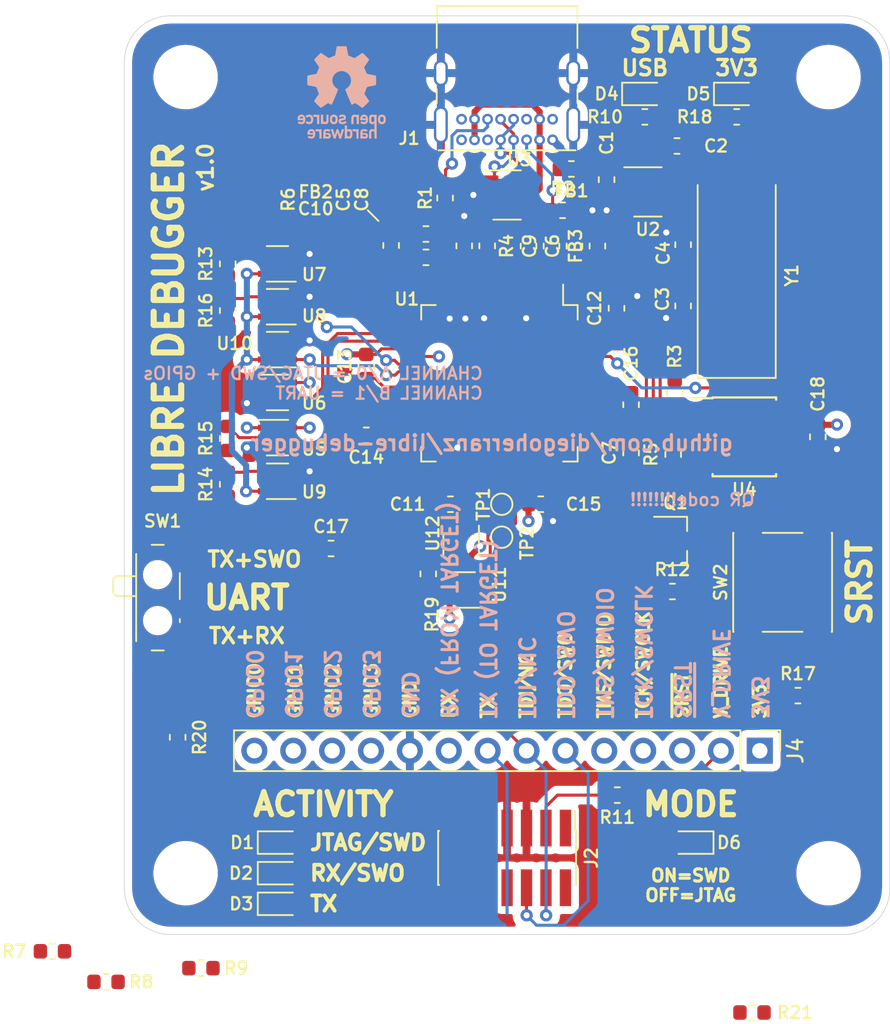
<source format=kicad_pcb>
(kicad_pcb (version 20190905) (host pcbnew "5.99.0-unknown-9339afc~100~ubuntu16.04.1")
  (layers (0 "F.Cu" signal) (31 "B.Cu" signal) (34 "B.Paste" user) (35 "F.Paste" user) (36 "B.SilkS" user hide) (37 "F.SilkS" user) (38 "B.Mask" user) (39 "F.Mask" user) (44 "Edge.Cuts" user))
  (net 0 "")
  (net 1 "+1V8")
  (net 2 "/RX_LED_K")
  (net 3 "/TX_LED_K")
  (net 4 "/MPSSE_LED_A")
  (net 5 "/USB_LED_K")
  (net 6 "/USB_DP")
  (net 7 "VBUS")
  (net 8 "/USB_CC2")
  (net 9 "Net-(J1-PadB8)")
  (net 10 "/USB_DM")
  (net 11 "Net-(J1-PadA8)")
  (net 12 "/USB_CC1")
  (net 13 "/EE_CS")
  (net 14 "/EE_CLK")
  (net 15 "/EE_DATA")
  (net 16 "/USB_LED_N")
  (net 17 "/TX_LED_N")
  (net 18 "/RX_LED_N")
  (net 19 "/CTS_N")
  (net 20 "/RTS_N")
  (net 21 "/RXD")
  (net 22 "/TXD")
  (net 23 "/MPSSE_LED")
  (net 24 "/SWDIO_OE")
  (net 25 "/SWD_EN")
  (net 26 "/SRST_N")
  (net 27 "/TMS")
  (net 28 "/TDO")
  (net 29 "/TDI")
  (net 30 "/TCK")
  (net 31 "/RESET_N")
  (net 32 "/VPLL")
  (net 33 "/VPHY")
  (net 34 "/OSCO")
  (net 35 "/OSCI")
  (net 36 "+3V3")
  (net 37 "GND")
  (net 38 "Vdrive")
  (net 39 "Net-(U2-Pad4)")
  (net 40 "+5V")
  (net 41 "/EE_DO")
  (net 42 "/SRST_N_TRGT")
  (net 43 "/TDI_TRGT")
  (net 44 "/TDO_TRGT")
  (net 45 "/TCK_TRGT")
  (net 46 "/TMS_TRGT")
  (net 47 "Net-(J2-Pad1)")
  (net 48 "Net-(U1-Pad59)")
  (net 49 "Net-(U1-Pad58)")
  (net 50 "Net-(U1-Pad57)")
  (net 51 "Net-(U1-Pad53)")
  (net 52 "Net-(U1-Pad52)")
  (net 53 "Net-(U1-Pad48)")
  (net 54 "Net-(U1-Pad46)")
  (net 55 "Net-(U1-Pad45)")
  (net 56 "Net-(U1-Pad44)")
  (net 57 "Net-(U1-Pad43)")
  (net 58 "Net-(U1-Pad36)")
  (net 59 "Net-(U1-Pad34)")
  (net 60 "Net-(U1-Pad33)")
  (net 61 "Net-(U1-Pad32)")
  (net 62 "Net-(U1-Pad30)")
  (net 63 "Net-(U4-Pad7)")
  (net 64 "Net-(U4-Pad6)")
  (net 65 "/REF")
  (net 66 "/VDRIVE_R")
  (net 67 "/PWR_LED_A")
  (net 68 "/SRST_N_R")
  (net 69 "/TCK_R")
  (net 70 "/TMS_R")
  (net 71 "/TDO_R")
  (net 72 "/TDI_R")
  (net 73 "/TXD_R")
  (net 74 "/RXD_R")
  (net 75 "/RXD_IN")
  (net 76 "/RXD_TRGT")
  (net 77 "/TXD_TRGT")
  (net 78 "Net-(J2-Pad9)")
  (net 79 "Net-(J2-Pad2)")
  (net 80 "Net-(D6-Pad2)")
  (net 81 "/GPIO3")
  (net 82 "/GPIO2")
  (net 83 "/GPIO1")
  (net 84 "/GPIO0")
  (module "Connector_PinHeader_2.54mm:PinHeader_1x14_P2.54mm_Vertical" (layer "F.Cu") (at 141.51 98 -90)
    (fp_text reference "J4" (at 0 -2.33 90) (layer "F.SilkS"))
    (fp_text value "Conn_01x14")
    (pad "14" thru_hole oval (at 0 33.02 270) (size 1.7 1.7) (drill 1) (layers *.Cu *.Mask) (net 84 "/GPIO0"))
    (pad "13" thru_hole oval (at 0 30.48 270) (size 1.7 1.7) (drill 1) (layers *.Cu *.Mask) (net 83 "/GPIO1"))
    (pad "12" thru_hole oval (at 0 27.94 270) (size 1.7 1.7) (drill 1) (layers *.Cu *.Mask) (net 82 "/GPIO2"))
    (pad "11" thru_hole oval (at 0 25.4 270) (size 1.7 1.7) (drill 1) (layers *.Cu *.Mask) (net 81 "/GPIO3"))
    (pad "10" thru_hole oval (at 0 22.86 270) (size 1.7 1.7) (drill 1) (layers *.Cu *.Mask) (net 37 "GND"))
    (pad "9" thru_hole oval (at 0 20.32 270) (size 1.7 1.7) (drill 1) (layers *.Cu *.Mask) (net 76 "/RXD_TRGT"))
    (pad "8" thru_hole oval (at 0 17.78 270) (size 1.7 1.7) (drill 1) (layers *.Cu *.Mask) (net 77 "/TXD_TRGT"))
    (pad "7" thru_hole oval (at 0 15.24 270) (size 1.7 1.7) (drill 1) (layers *.Cu *.Mask) (net 43 "/TDI_TRGT"))
    (pad "6" thru_hole oval (at 0 12.7 270) (size 1.7 1.7) (drill 1) (layers *.Cu *.Mask) (net 44 "/TDO_TRGT"))
    (pad "5" thru_hole oval (at 0 10.16 270) (size 1.7 1.7) (drill 1) (layers *.Cu *.Mask) (net 46 "/TMS_TRGT"))
    (pad "4" thru_hole oval (at 0 7.62 270) (size 1.7 1.7) (drill 1) (layers *.Cu *.Mask) (net 45 "/TCK_TRGT"))
    (pad "3" thru_hole oval (at 0 5.08 270) (size 1.7 1.7) (drill 1) (layers *.Cu *.Mask) (net 42 "/SRST_N_TRGT"))
    (pad "2" thru_hole oval (at 0 2.54 270) (size 1.7 1.7) (drill 1) (layers *.Cu *.Mask) (net 38 "Vdrive"))
    (pad "1" thru_hole rect (at 0 0 270) (size 1.7 1.7) (drill 1) (layers *.Cu *.Mask) (net 36 "+3V3"))
  )
  (module "Symbol:OSHW-Logo_5.7x6mm_SilkScreen" (layer "B.Cu") (at 114.2 55 180)
    (fp_text reference "LOGO1" hide)
    (fp_text value "Logo_Open_Hardware_Small" hide)
  )
  (module "Resistor_SMD:R_0603_1608Metric" (layer "F.Cu") (at 141 115.1)
    (fp_text reference "R21" (at 2.8 0) (layer "F.SilkS") (effects (font (size 0.8 0.8))))
    (fp_text value "470R")
    (pad "2" smd roundrect (at 0.7875 0) (size 0.875 0.95) (layers "F.Cu" "F.Paste" "F.Mask") (net 25 "/SWD_EN"))
    (pad "1" smd roundrect (at -0.7875 0) (size 0.875 0.95) (layers "F.Cu" "F.Paste" "F.Mask") (net 80 "Net-(D6-Pad2)"))
  )
  (module "LED_SMD:LED_0603_1608Metric" (layer "F.Cu") (at 137 104 180)
    (fp_text reference "D6" (at -2.5 0) (layer "F.SilkS") (effects (font (size 0.8 0.8))))
    (fp_text value "LED")
    (pad "2" smd roundrect (at 0.7875 0 180) (size 0.875 0.95) (layers "F.Cu" "F.Paste" "F.Mask") (net 80 "Net-(D6-Pad2)"))
    (pad "1" smd roundrect (at -0.7875 0 180) (size 0.875 0.95) (layers "F.Cu" "F.Paste" "F.Mask") (net 37 "GND"))
  )
  (module "Button_Switch_SMD:SW_SPST_PTS645" (layer "F.Cu") (at 143 87 90)
    (fp_text reference "SW2" (at 0 -4.05 90) (layer "F.SilkS") (effects (font (size 0.8 0.8))))
    (fp_text value "SW_Push")
    (pad "2" smd rect (at -3.98 2.25 90) (size 1.55 1.3) (layers "F.Cu" "F.Paste" "F.Mask") (net 37 "GND"))
    (pad "1" smd rect (at -3.98 -2.25 90) (size 1.55 1.3) (layers "F.Cu" "F.Paste" "F.Mask") (net 68 "/SRST_N_R"))
    (pad "1" smd rect (at 3.98 -2.25 90) (size 1.55 1.3) (layers "F.Cu" "F.Paste" "F.Mask") (net 68 "/SRST_N_R"))
    (pad "2" smd rect (at 3.98 2.25 90) (size 1.55 1.3) (layers "F.Cu" "F.Paste" "F.Mask") (net 37 "GND"))
  )
  (module "Connector_PinHeader_1.27mm:PinHeader_2x07_P1.27mm_Vertical_SMD" (layer "F.Cu") (at 125 105 -90)
    (fp_text reference "J2" (at 0 -5.505 90) (layer "F.SilkS") (effects (font (size 0.8 0.8))))
    (fp_text value "Conn_ST_STDC14")
    (pad "14" smd rect (at 1.95 3.81 270) (size 2.4 0.74) (layers "F.Cu" "F.Paste" "F.Mask") (net 76 "/RXD_TRGT"))
    (pad "13" smd rect (at -1.95 3.81 270) (size 2.4 0.74) (layers "F.Cu" "F.Paste" "F.Mask") (net 77 "/TXD_TRGT"))
    (pad "12" smd rect (at 1.95 2.54 270) (size 2.4 0.74) (layers "F.Cu" "F.Paste" "F.Mask") (net 42 "/SRST_N_TRGT"))
    (pad "11" smd rect (at -1.95 2.54 270) (size 2.4 0.74) (layers "F.Cu" "F.Paste" "F.Mask") (net 37 "GND"))
    (pad "10" smd rect (at 1.95 1.27 270) (size 2.4 0.74) (layers "F.Cu" "F.Paste" "F.Mask") (net 43 "/TDI_TRGT"))
    (pad "9" smd rect (at -1.95 1.27 270) (size 2.4 0.74) (layers "F.Cu" "F.Paste" "F.Mask") (net 78 "Net-(J2-Pad9)"))
    (pad "8" smd rect (at 1.95 0 270) (size 2.4 0.74) (layers "F.Cu" "F.Paste" "F.Mask") (net 44 "/TDO_TRGT"))
    (pad "7" smd rect (at -1.95 0 270) (size 2.4 0.74) (layers "F.Cu" "F.Paste" "F.Mask") (net 37 "GND"))
    (pad "6" smd rect (at 1.95 -1.27 270) (size 2.4 0.74) (layers "F.Cu" "F.Paste" "F.Mask") (net 45 "/TCK_TRGT"))
    (pad "5" smd rect (at -1.95 -1.27 270) (size 2.4 0.74) (layers "F.Cu" "F.Paste" "F.Mask") (net 37 "GND"))
    (pad "4" smd rect (at 1.95 -2.54 270) (size 2.4 0.74) (layers "F.Cu" "F.Paste" "F.Mask") (net 46 "/TMS_TRGT"))
    (pad "3" smd rect (at -1.95 -2.54 270) (size 2.4 0.74) (layers "F.Cu" "F.Paste" "F.Mask") (net 66 "/VDRIVE_R"))
    (pad "2" smd rect (at 1.95 -3.81 270) (size 2.4 0.74) (layers "F.Cu" "F.Paste" "F.Mask") (net 79 "Net-(J2-Pad2)"))
    (pad "1" smd rect (at -1.95 -3.81 270) (size 2.4 0.74) (layers "F.Cu" "F.Paste" "F.Mask") (net 47 "Net-(J2-Pad1)"))
  )
  (module "TestPoint:TestPoint_Pad_D1.0mm" (layer "F.Cu") (at 124.65 84.05)
    (fp_text reference "TP2" (at 1.65 0.4 90) (layer "F.SilkS") (effects (font (size 0.8 0.8))))
    (fp_text value "TestPoint")
    (pad "1" smd circle (at 0 0) (size 1 1) (layers "F.Cu" "F.Mask") (net 19 "/CTS_N"))
  )
  (module "TestPoint:TestPoint_Pad_D1.0mm" (layer "F.Cu") (at 124.65 81.9)
    (fp_text reference "TP1" (at -1.2 0 90) (layer "F.SilkS") (effects (font (size 0.8 0.8))))
    (fp_text value "TestPoint")
    (pad "1" smd circle (at 0 0) (size 1 1) (layers "F.Cu" "F.Mask") (net 20 "/RTS_N"))
  )
  (module "Resistor_SMD:R_0603_1608Metric" (layer "F.Cu") (at 135.8 87.6)
    (fp_text reference "R12" (at 0 -1.43) (layer "F.SilkS") (effects (font (size 0.8 0.8))))
    (fp_text value "100R")
    (pad "2" smd roundrect (at 0.7875 0) (size 0.875 0.95) (layers "F.Cu" "F.Paste" "F.Mask") (net 68 "/SRST_N_R"))
    (pad "1" smd roundrect (at -0.7875 0) (size 0.875 0.95) (layers "F.Cu" "F.Paste" "F.Mask") (net 42 "/SRST_N_TRGT"))
  )
  (module "Resistor_SMD:R_0603_1608Metric" (layer "F.Cu") (at 103.48 97.12 -90)
    (fp_text reference "R20" (at 0 -1.43 90) (layer "F.SilkS") (effects (font (size 0.8 0.8))))
    (fp_text value "100R")
    (pad "2" smd roundrect (at 0.7875 0 270) (size 0.875 0.95) (layers "F.Cu" "F.Paste" "F.Mask") (net 76 "/RXD_TRGT"))
    (pad "1" smd roundrect (at -0.7875 0 270) (size 0.875 0.95) (layers "F.Cu" "F.Paste" "F.Mask") (net 74 "/RXD_R"))
  )
  (module "Resistor_SMD:R_0603_1608Metric" (layer "F.Cu") (at 119.85 86.45 90)
    (fp_text reference "R19" (at -2.65 0.25 90) (layer "F.SilkS") (effects (font (size 0.8 0.8))))
    (fp_text value "100R")
    (pad "2" smd roundrect (at 0.7875 0 90) (size 0.875 0.95) (layers "F.Cu" "F.Paste" "F.Mask") (net 73 "/TXD_R"))
    (pad "1" smd roundrect (at -0.7875 0 90) (size 0.875 0.95) (layers "F.Cu" "F.Paste" "F.Mask") (net 77 "/TXD_TRGT"))
  )
  (module "Resistor_SMD:R_0603_1608Metric" (layer "F.Cu") (at 140 56.6)
    (fp_text reference "R18" (at -2.75 0) (layer "F.SilkS") (effects (font (size 0.8 0.8))))
    (fp_text value "470R")
    (pad "2" smd roundrect (at 0.7875 0) (size 0.875 0.95) (layers "F.Cu" "F.Paste" "F.Mask") (net 67 "/PWR_LED_A"))
    (pad "1" smd roundrect (at -0.7875 0) (size 0.875 0.95) (layers "F.Cu" "F.Paste" "F.Mask") (net 36 "+3V3"))
  )
  (module "LED_SMD:LED_0603_1608Metric" (layer "F.Cu") (at 140 55.1)
    (fp_text reference "D5" (at -2.5 0) (layer "F.SilkS") (effects (font (size 0.8 0.8))))
    (fp_text value "LED")
    (pad "2" smd roundrect (at 0.7875 0) (size 0.875 0.95) (layers "F.Cu" "F.Paste" "F.Mask") (net 67 "/PWR_LED_A"))
    (pad "1" smd roundrect (at -0.7875 0) (size 0.875 0.95) (layers "F.Cu" "F.Paste" "F.Mask") (net 37 "GND"))
  )
  (module "Resistor_SMD:R_0603_1608Metric" (layer "F.Cu") (at 144 94.4)
    (fp_text reference "R17" (at 0 -1.43) (layer "F.SilkS") (effects (font (size 0.8 0.8))))
    (fp_text value "10k")
    (pad "2" smd roundrect (at 0.7875 0) (size 0.875 0.95) (layers "F.Cu" "F.Paste" "F.Mask") (net 38 "Vdrive"))
    (pad "1" smd roundrect (at -0.7875 0) (size 0.875 0.95) (layers "F.Cu" "F.Paste" "F.Mask") (net 68 "/SRST_N_R"))
  )
  (module "Capacitor_SMD:C_0603_1608Metric" (layer "F.Cu") (at 145.3 77.5 -90)
    (fp_text reference "C18" (at -2.8 0 90) (layer "F.SilkS") (effects (font (size 0.8 0.8))))
    (fp_text value "100nF")
    (pad "2" smd roundrect (at 0.7875 0 270) (size 0.875 0.95) (layers "F.Cu" "F.Paste" "F.Mask") (net 37 "GND"))
    (pad "1" smd roundrect (at -0.7875 0 270) (size 0.875 0.95) (layers "F.Cu" "F.Paste" "F.Mask") (net 36 "+3V3"))
  )
  (module "Package_SO:SOIC-8_3.9x4.9mm_P1.27mm" (layer "F.Cu") (at 140.5 77.5)
    (fp_text reference "U4" (at 0 3.45) (layer "F.SilkS") (effects (font (size 0.8 0.8))))
    (fp_text value "93LCxxB")
    (pad "8" smd rect (at 2.7 -1.905) (size 1.55 0.6) (layers "F.Cu" "F.Paste" "F.Mask") (net 36 "+3V3"))
    (pad "7" smd rect (at 2.7 -0.635) (size 1.55 0.6) (layers "F.Cu" "F.Paste" "F.Mask") (net 63 "Net-(U4-Pad7)"))
    (pad "6" smd rect (at 2.7 0.635) (size 1.55 0.6) (layers "F.Cu" "F.Paste" "F.Mask") (net 64 "Net-(U4-Pad6)"))
    (pad "5" smd rect (at 2.7 1.905) (size 1.55 0.6) (layers "F.Cu" "F.Paste" "F.Mask") (net 37 "GND"))
    (pad "4" smd rect (at -2.7 1.905) (size 1.55 0.6) (layers "F.Cu" "F.Paste" "F.Mask") (net 41 "/EE_DO"))
    (pad "3" smd rect (at -2.7 0.635) (size 1.55 0.6) (layers "F.Cu" "F.Paste" "F.Mask") (net 15 "/EE_DATA"))
    (pad "2" smd rect (at -2.7 -0.635) (size 1.55 0.6) (layers "F.Cu" "F.Paste" "F.Mask") (net 14 "/EE_CLK"))
    (pad "1" smd rect (at -2.7 -1.905) (size 1.55 0.6) (layers "F.Cu" "F.Paste" "F.Mask") (net 13 "/EE_CS"))
  )
  (module "Resistor_SMD:R_0603_1608Metric" (layer "F.Cu") (at 106.75 69.25 90)
    (fp_text reference "R16" (at 0 -1.43 90) (layer "F.SilkS") (effects (font (size 0.8 0.8))))
    (fp_text value "100R")
    (pad "2" smd roundrect (at 0.7875 0 90) (size 0.875 0.95) (layers "F.Cu" "F.Paste" "F.Mask") (net 72 "/TDI_R"))
    (pad "1" smd roundrect (at -0.7875 0 90) (size 0.875 0.95) (layers "F.Cu" "F.Paste" "F.Mask") (net 43 "/TDI_TRGT"))
  )
  (module "Resistor_SMD:R_0603_1608Metric" (layer "F.Cu") (at 106.75 77.6 90)
    (fp_text reference "R15" (at 0 -1.43 90) (layer "F.SilkS") (effects (font (size 0.8 0.8))))
    (fp_text value "100R")
    (pad "2" smd roundrect (at 0.7875 0 90) (size 0.875 0.95) (layers "F.Cu" "F.Paste" "F.Mask") (net 71 "/TDO_R"))
    (pad "1" smd roundrect (at -0.7875 0 90) (size 0.875 0.95) (layers "F.Cu" "F.Paste" "F.Mask") (net 44 "/TDO_TRGT"))
  )
  (module "Resistor_SMD:R_0603_1608Metric" (layer "F.Cu") (at 106.75 80.6 90)
    (fp_text reference "R14" (at 0 -1.43 90) (layer "F.SilkS") (effects (font (size 0.8 0.8))))
    (fp_text value "100R")
    (pad "2" smd roundrect (at 0.7875 0 90) (size 0.875 0.95) (layers "F.Cu" "F.Paste" "F.Mask") (net 70 "/TMS_R"))
    (pad "1" smd roundrect (at -0.7875 0 90) (size 0.875 0.95) (layers "F.Cu" "F.Paste" "F.Mask") (net 46 "/TMS_TRGT"))
  )
  (module "Resistor_SMD:R_0603_1608Metric" (layer "F.Cu") (at 106.75 66.2 90)
    (fp_text reference "R13" (at 0 -1.43 90) (layer "F.SilkS") (effects (font (size 0.8 0.8))))
    (fp_text value "100R")
    (pad "2" smd roundrect (at 0.7875 0 90) (size 0.875 0.95) (layers "F.Cu" "F.Paste" "F.Mask") (net 69 "/TCK_R"))
    (pad "1" smd roundrect (at -0.7875 0 90) (size 0.875 0.95) (layers "F.Cu" "F.Paste" "F.Mask") (net 45 "/TCK_TRGT"))
  )
  (module "Crystal:Crystal_SMD_HC49-SD" (layer "F.Cu") (at 140 66.95 90)
    (fp_text reference "Y1" (at 0 3.6 90) (layer "F.SilkS") (effects (font (size 0.8 0.8))))
    (fp_text value "12 MHz")
    (pad "2" smd rect (at 4.25 0 90) (size 4.5 2) (layers "F.Cu" "F.Paste" "F.Mask") (net 34 "/OSCO"))
    (pad "1" smd rect (at -4.25 0 90) (size 4.5 2) (layers "F.Cu" "F.Paste" "F.Mask") (net 35 "/OSCI"))
  )
  (module "Resistor_SMD:R_0603_1608Metric" (layer "F.Cu") (at 134 56.6)
    (fp_text reference "R10" (at -2.6 0) (layer "F.SilkS") (effects (font (size 0.8 0.8))))
    (fp_text value "470R")
    (pad "2" smd roundrect (at 0.7875 0) (size 0.875 0.95) (layers "F.Cu" "F.Paste" "F.Mask") (net 16 "/USB_LED_N"))
    (pad "1" smd roundrect (at -0.7875 0) (size 0.875 0.95) (layers "F.Cu" "F.Paste" "F.Mask") (net 5 "/USB_LED_K"))
  )
  (module "Resistor_SMD:R_0603_1608Metric" (layer "F.Cu") (at 105 112.2 180)
    (fp_text reference "R9" (at -2.3 0) (layer "F.SilkS") (effects (font (size 0.8 0.8))))
    (fp_text value "470R")
    (pad "2" smd roundrect (at 0.7875 0 180) (size 0.875 0.95) (layers "F.Cu" "F.Paste" "F.Mask") (net 17 "/TX_LED_N"))
    (pad "1" smd roundrect (at -0.7875 0 180) (size 0.875 0.95) (layers "F.Cu" "F.Paste" "F.Mask") (net 3 "/TX_LED_K"))
  )
  (module "Resistor_SMD:R_0603_1608Metric" (layer "F.Cu") (at 98.8 113.1 180)
    (fp_text reference "R8" (at -2.3 0) (layer "F.SilkS") (effects (font (size 0.8 0.8))))
    (fp_text value "470R")
    (pad "2" smd roundrect (at 0.7875 0 180) (size 0.875 0.95) (layers "F.Cu" "F.Paste" "F.Mask") (net 18 "/RX_LED_N"))
    (pad "1" smd roundrect (at -0.7875 0 180) (size 0.875 0.95) (layers "F.Cu" "F.Paste" "F.Mask") (net 2 "/RX_LED_K"))
  )
  (module "Resistor_SMD:R_0603_1608Metric" (layer "F.Cu") (at 95.3 111.1 180)
    (fp_text reference "R7" (at 2.5 0) (layer "F.SilkS") (effects (font (size 0.8 0.8))))
    (fp_text value "470R")
    (pad "2" smd roundrect (at 0.7875 0 180) (size 0.875 0.95) (layers "F.Cu" "F.Paste" "F.Mask") (net 23 "/MPSSE_LED"))
    (pad "1" smd roundrect (at -0.7875 0 180) (size 0.875 0.95) (layers "F.Cu" "F.Paste" "F.Mask") (net 4 "/MPSSE_LED_A"))
  )
  (module "Resistor_SMD:R_0603_1608Metric" (layer "F.Cu") (at 117.425 65 90)
    (fp_text reference "R6" (at 3 -6.725 90) (layer "F.SilkS") (effects (font (size 0.8 0.8))))
    (fp_text value "10k")
    (pad "2" smd roundrect (at 0.7875 0 90) (size 0.875 0.95) (layers "F.Cu" "F.Paste" "F.Mask") (net 36 "+3V3"))
    (pad "1" smd roundrect (at -0.7875 0 90) (size 0.875 0.95) (layers "F.Cu" "F.Paste" "F.Mask") (net 31 "/RESET_N"))
  )
  (module "Resistor_SMD:R_0603_1608Metric" (layer "F.Cu") (at 135.85 78.65 90)
    (fp_text reference "R5" (at 0 -1.45 90) (layer "F.SilkS") (effects (font (size 0.8 0.8))))
    (fp_text value "2k")
    (pad "2" smd roundrect (at 0.7875 0 90) (size 0.875 0.95) (layers "F.Cu" "F.Paste" "F.Mask") (net 15 "/EE_DATA"))
    (pad "1" smd roundrect (at -0.7875 0 90) (size 0.875 0.95) (layers "F.Cu" "F.Paste" "F.Mask") (net 41 "/EE_DO"))
  )
  (module "Resistor_SMD:R_0603_1608Metric" (layer "F.Cu") (at 126.4 65.0375 90)
    (fp_text reference "R4" (at 0 -1.43 90) (layer "F.SilkS") (effects (font (size 0.8 0.8))))
    (fp_text value "12k")
    (pad "2" smd roundrect (at 0.7875 0 90) (size 0.875 0.95) (layers "F.Cu" "F.Paste" "F.Mask") (net 37 "GND"))
    (pad "1" smd roundrect (at -0.7875 0 90) (size 0.875 0.95) (layers "F.Cu" "F.Paste" "F.Mask") (net 65 "/REF"))
  )
  (module "Resistor_SMD:R_0603_1608Metric" (layer "F.Cu") (at 135.95 74.6 90)
    (fp_text reference "R3" (at 2.35 0 90) (layer "F.SilkS") (effects (font (size 0.8 0.8))))
    (fp_text value "10k")
    (pad "2" smd roundrect (at 0.7875 0 90) (size 0.875 0.95) (layers "F.Cu" "F.Paste" "F.Mask") (net 37 "GND"))
    (pad "1" smd roundrect (at -0.7875 0 90) (size 0.875 0.95) (layers "F.Cu" "F.Paste" "F.Mask") (net 13 "/EE_CS"))
  )
  (module "Resistor_SMD:R_0603_1608Metric" (layer "F.Cu") (at 128.625 62.7)
    (fp_text reference "R2" (at 0 -1.43) (layer "F.SilkS") (effects (font (size 0.8 0.8))))
    (fp_text value "5k1")
    (pad "2" smd roundrect (at 0.7875 0) (size 0.875 0.95) (layers "F.Cu" "F.Paste" "F.Mask") (net 37 "GND"))
    (pad "1" smd roundrect (at -0.7875 0) (size 0.875 0.95) (layers "F.Cu" "F.Paste" "F.Mask") (net 12 "/USB_CC1"))
  )
  (module "Resistor_SMD:R_0603_1608Metric" (layer "F.Cu") (at 120.95 61.9 -90)
    (fp_text reference "R1" (at 0 1.3 90) (layer "F.SilkS") (effects (font (size 0.8 0.8))))
    (fp_text value "5k1")
    (pad "2" smd roundrect (at 0.7875 0 270) (size 0.875 0.95) (layers "F.Cu" "F.Paste" "F.Mask") (net 37 "GND"))
    (pad "1" smd roundrect (at -0.7875 0 270) (size 0.875 0.95) (layers "F.Cu" "F.Paste" "F.Mask") (net 8 "/USB_CC2"))
  )
  (module "Button_Switch_SMD:SW_SPDT_PCM12" (layer "F.Cu") (at 102.5 88 -90)
    (fp_text reference "SW1" (at -5 0) (layer "F.SilkS") (effects (font (size 0.8 0.8))))
    (fp_text value "SW_SPDT")
    (pad "" smd rect (at -3.65 -0.78 270) (size 1 0.8) (layers "F.Cu" "F.Paste" "F.Mask"))
    (pad "" smd rect (at 3.65 -0.78 270) (size 1 0.8) (layers "F.Cu" "F.Paste" "F.Mask"))
    (pad "" smd rect (at 3.65 1.43 270) (size 1 0.8) (layers "F.Cu" "F.Paste" "F.Mask"))
    (pad "" smd rect (at -3.65 1.43 270) (size 1 0.8) (layers "F.Cu" "F.Paste" "F.Mask"))
    (pad "3" smd rect (at 2.25 -1.43 270) (size 0.7 1.5) (layers "F.Cu" "F.Paste" "F.Mask") (net 74 "/RXD_R"))
    (pad "2" smd rect (at 0.75 -1.43 270) (size 0.7 1.5) (layers "F.Cu" "F.Paste" "F.Mask") (net 75 "/RXD_IN"))
    (pad "1" smd rect (at -2.25 -1.43 270) (size 0.7 1.5) (layers "F.Cu" "F.Paste" "F.Mask") (net 71 "/TDO_R"))
    (pad "" np_thru_hole circle (at 1.5 0.33 270) (size 0.9 0.9) (drill 0.9) (layers *.Cu *.Mask))
    (pad "" np_thru_hole circle (at -1.5 0.33 270) (size 0.9 0.9) (drill 0.9) (layers *.Cu *.Mask))
  )
  (module "Inductor_SMD:L_0603_1608Metric" (layer "F.Cu") (at 130.9 65.0375 90)
    (fp_text reference "FB3" (at 0 -1.43 90) (layer "F.SilkS") (effects (font (size 0.8 0.8))))
    (fp_text value "Ferrite_Bead")
    (pad "2" smd roundrect (at 0.7875 0 90) (size 0.875 0.95) (layers "F.Cu" "F.Paste" "F.Mask") (net 36 "+3V3"))
    (pad "1" smd roundrect (at -0.7875 0 90) (size 0.875 0.95) (layers "F.Cu" "F.Paste" "F.Mask") (net 33 "/VPHY"))
  )
  (module "Inductor_SMD:L_0603_1608Metric" (layer "F.Cu") (at 119.7 64.25 180)
    (fp_text reference "FB2" (at 7.2 2.75) (layer "F.SilkS") (effects (font (size 0.8 0.8))))
    (fp_text value "Ferrite_Bead")
    (pad "2" smd roundrect (at 0.7875 0 180) (size 0.875 0.95) (layers "F.Cu" "F.Paste" "F.Mask") (net 36 "+3V3"))
    (pad "1" smd roundrect (at -0.7875 0 180) (size 0.875 0.95) (layers "F.Cu" "F.Paste" "F.Mask") (net 32 "/VPLL"))
  )
  (module "Inductor_SMD:L_0603_1608Metric" (layer "F.Cu") (at 129.2 60 180)
    (fp_text reference "FB1" (at 0 -1.43 180) (layer "F.SilkS") (effects (font (size 0.8 0.8))))
    (fp_text value "Ferrite_Bead")
    (pad "2" smd roundrect (at 0.7875 0 180) (size 0.875 0.95) (layers "F.Cu" "F.Paste" "F.Mask") (net 7 "VBUS"))
    (pad "1" smd roundrect (at -0.7875 0 180) (size 0.875 0.95) (layers "F.Cu" "F.Paste" "F.Mask") (net 40 "+5V"))
  )
  (module "Capacitor_SMD:C_0603_1608Metric" (layer "F.Cu") (at 113.5 84.79)
    (fp_text reference "C17" (at 0 -1.43) (layer "F.SilkS") (effects (font (size 0.8 0.8))))
    (fp_text value "4u7")
    (pad "2" smd roundrect (at 0.7875 0) (size 0.875 0.95) (layers "F.Cu" "F.Paste" "F.Mask") (net 37 "GND"))
    (pad "1" smd roundrect (at -0.7875 0) (size 0.875 0.95) (layers "F.Cu" "F.Paste" "F.Mask") (net 38 "Vdrive"))
  )
  (module "Capacitor_SMD:C_0603_1608Metric" (layer "F.Cu") (at 133.1 75.4 -90)
    (fp_text reference "C16" (at -2.7 0 90) (layer "F.SilkS") (effects (font (size 0.8 0.8))))
    (fp_text value "100nF")
    (pad "2" smd roundrect (at 0.7875 0 270) (size 0.875 0.95) (layers "F.Cu" "F.Paste" "F.Mask") (net 37 "GND"))
    (pad "1" smd roundrect (at -0.7875 0 270) (size 0.875 0.95) (layers "F.Cu" "F.Paste" "F.Mask") (net 36 "+3V3"))
  )
  (module "Capacitor_SMD:C_0603_1608Metric" (layer "F.Cu") (at 127.2 81.9)
    (fp_text reference "C15" (at 2.8 0) (layer "F.SilkS") (effects (font (size 0.8 0.8))))
    (fp_text value "100nF")
    (pad "2" smd roundrect (at 0.7875 0) (size 0.875 0.95) (layers "F.Cu" "F.Paste" "F.Mask") (net 37 "GND"))
    (pad "1" smd roundrect (at -0.7875 0) (size 0.875 0.95) (layers "F.Cu" "F.Paste" "F.Mask") (net 36 "+3V3"))
  )
  (module "Capacitor_SMD:C_0603_1608Metric" (layer "F.Cu") (at 132.15 69.1 90)
    (fp_text reference "C12" (at 0 -1.43 90) (layer "F.SilkS") (effects (font (size 0.8 0.8))))
    (fp_text value "100nF")
    (pad "2" smd roundrect (at 0.7875 0 90) (size 0.875 0.95) (layers "F.Cu" "F.Paste" "F.Mask") (net 37 "GND"))
    (pad "1" smd roundrect (at -0.7875 0 90) (size 0.875 0.95) (layers "F.Cu" "F.Paste" "F.Mask") (net 1 "+1V8"))
  )
  (module "Capacitor_SMD:C_0603_1608Metric" (layer "F.Cu") (at 115.8 77.4 180)
    (fp_text reference "C14" (at 0 -1.43) (layer "F.SilkS") (effects (font (size 0.8 0.8))))
    (fp_text value "100nF")
    (pad "2" smd roundrect (at 0.7875 0 180) (size 0.875 0.95) (layers "F.Cu" "F.Paste" "F.Mask") (net 37 "GND"))
    (pad "1" smd roundrect (at -0.7875 0 180) (size 0.875 0.95) (layers "F.Cu" "F.Paste" "F.Mask") (net 36 "+3V3"))
  )
  (module "Capacitor_SMD:C_0603_1608Metric" (layer "F.Cu") (at 121.3 81.9 180)
    (fp_text reference "C11" (at 2.8 0 180) (layer "F.SilkS") (effects (font (size 0.8 0.8))))
    (fp_text value "100nF")
    (pad "2" smd roundrect (at 0.7875 0 180) (size 0.875 0.95) (layers "F.Cu" "F.Paste" "F.Mask") (net 37 "GND"))
    (pad "1" smd roundrect (at -0.7875 0 180) (size 0.875 0.95) (layers "F.Cu" "F.Paste" "F.Mask") (net 1 "+1V8"))
  )
  (module "Capacitor_SMD:C_0603_1608Metric" (layer "F.Cu") (at 115.8 72.9 -90)
    (fp_text reference "C13" (at 0 1.4 90) (layer "F.SilkS") (effects (font (size 0.8 0.8))))
    (fp_text value "100nF")
    (pad "2" smd roundrect (at 0.7875 0 270) (size 0.875 0.95) (layers "F.Cu" "F.Paste" "F.Mask") (net 37 "GND"))
    (pad "1" smd roundrect (at -0.7875 0 270) (size 0.875 0.95) (layers "F.Cu" "F.Paste" "F.Mask") (net 36 "+3V3"))
  )
  (module "Capacitor_SMD:C_0603_1608Metric" (layer "F.Cu") (at 119.7 65.775 180)
    (fp_text reference "C10" (at 7.2 3.175) (layer "F.SilkS") (effects (font (size 0.8 0.8))))
    (fp_text value "100nF")
    (pad "2" smd roundrect (at 0.7875 0 180) (size 0.875 0.95) (layers "F.Cu" "F.Paste" "F.Mask") (net 37 "GND"))
    (pad "1" smd roundrect (at -0.7875 0 180) (size 0.875 0.95) (layers "F.Cu" "F.Paste" "F.Mask") (net 1 "+1V8"))
  )
  (module "Capacitor_SMD:C_0603_1608Metric" (layer "F.Cu") (at 127.9 65.0375 90)
    (fp_text reference "C9" (at 0 -1.43 90) (layer "F.SilkS") (effects (font (size 0.8 0.8))))
    (fp_text value "100nF")
    (pad "2" smd roundrect (at 0.7875 0 90) (size 0.875 0.95) (layers "F.Cu" "F.Paste" "F.Mask") (net 37 "GND"))
    (pad "1" smd roundrect (at -0.7875 0 90) (size 0.875 0.95) (layers "F.Cu" "F.Paste" "F.Mask") (net 33 "/VPHY"))
  )
  (module "Capacitor_SMD:C_0603_1608Metric" (layer "F.Cu") (at 123.7 65.025 90)
    (fp_text reference "C8" (at 3.025 -8.2 90) (layer "F.SilkS") (effects (font (size 0.8 0.8))))
    (fp_text value "100nF")
    (pad "2" smd roundrect (at 0.7875 0 90) (size 0.875 0.95) (layers "F.Cu" "F.Paste" "F.Mask") (net 37 "GND"))
    (pad "1" smd roundrect (at -0.7875 0 90) (size 0.875 0.95) (layers "F.Cu" "F.Paste" "F.Mask") (net 32 "/VPLL"))
  )
  (module "Capacitor_SMD:C_0603_1608Metric" (layer "F.Cu") (at 133.1 78.55 90)
    (fp_text reference "C7" (at 0 -1.43 270) (layer "F.SilkS") (effects (font (size 0.8 0.8))))
    (fp_text value "4u7")
    (pad "2" smd roundrect (at 0.7875 0 90) (size 0.875 0.95) (layers "F.Cu" "F.Paste" "F.Mask") (net 37 "GND"))
    (pad "1" smd roundrect (at -0.7875 0 90) (size 0.875 0.95) (layers "F.Cu" "F.Paste" "F.Mask") (net 1 "+1V8"))
  )
  (module "Capacitor_SMD:C_0603_1608Metric" (layer "F.Cu") (at 129.4 65.0375 90)
    (fp_text reference "C6" (at 0 -1.43 90) (layer "F.SilkS") (effects (font (size 0.8 0.8))))
    (fp_text value "4u7")
    (pad "2" smd roundrect (at 0.7875 0 90) (size 0.875 0.95) (layers "F.Cu" "F.Paste" "F.Mask") (net 37 "GND"))
    (pad "1" smd roundrect (at -0.7875 0 90) (size 0.875 0.95) (layers "F.Cu" "F.Paste" "F.Mask") (net 33 "/VPHY"))
  )
  (module "Capacitor_SMD:C_0603_1608Metric" (layer "F.Cu") (at 122.2 65.025 90)
    (fp_text reference "C5" (at 3.025 -7.9 90) (layer "F.SilkS") (effects (font (size 0.8 0.8))))
    (fp_text value "4u7")
    (pad "2" smd roundrect (at 0.7875 0 90) (size 0.875 0.95) (layers "F.Cu" "F.Paste" "F.Mask") (net 37 "GND"))
    (pad "1" smd roundrect (at -0.7875 0 90) (size 0.875 0.95) (layers "F.Cu" "F.Paste" "F.Mask") (net 32 "/VPLL"))
  )
  (module "Capacitor_SMD:C_0603_1608Metric" (layer "F.Cu") (at 136.5 64.95 90)
    (fp_text reference "C4" (at -0.55 -1.3 90) (layer "F.SilkS") (effects (font (size 0.8 0.8))))
    (fp_text value "27pF")
    (pad "2" smd roundrect (at 0.7875 0 90) (size 0.875 0.95) (layers "F.Cu" "F.Paste" "F.Mask") (net 37 "GND"))
    (pad "1" smd roundrect (at -0.7875 0 90) (size 0.875 0.95) (layers "F.Cu" "F.Paste" "F.Mask") (net 34 "/OSCO"))
  )
  (module "Capacitor_SMD:C_0603_1608Metric" (layer "F.Cu") (at 136.5 68.95 -90)
    (fp_text reference "C3" (at -0.45 1.35 90) (layer "F.SilkS") (effects (font (size 0.8 0.8))))
    (fp_text value "27pF")
    (pad "2" smd roundrect (at 0.7875 0 270) (size 0.875 0.95) (layers "F.Cu" "F.Paste" "F.Mask") (net 37 "GND"))
    (pad "1" smd roundrect (at -0.7875 0 270) (size 0.875 0.95) (layers "F.Cu" "F.Paste" "F.Mask") (net 35 "/OSCI"))
  )
  (module "Capacitor_SMD:C_0603_1608Metric" (layer "F.Cu") (at 136.1 58.5)
    (fp_text reference "C2" (at 2.55 0) (layer "F.SilkS") (effects (font (size 0.8 0.8))))
    (fp_text value "1u")
    (pad "2" smd roundrect (at 0.7875 0) (size 0.875 0.95) (layers "F.Cu" "F.Paste" "F.Mask") (net 37 "GND"))
    (pad "1" smd roundrect (at -0.7875 0) (size 0.875 0.95) (layers "F.Cu" "F.Paste" "F.Mask") (net 36 "+3V3"))
  )
  (module "Capacitor_SMD:C_0603_1608Metric" (layer "F.Cu") (at 131.5 60.7 -90)
    (fp_text reference "C1" (at -2.4 0 90) (layer "F.SilkS") (effects (font (size 0.8 0.8))))
    (fp_text value "1u")
    (pad "2" smd roundrect (at 0.7875 0 270) (size 0.875 0.95) (layers "F.Cu" "F.Paste" "F.Mask") (net 37 "GND"))
    (pad "1" smd roundrect (at -0.7875 0 270) (size 0.875 0.95) (layers "F.Cu" "F.Paste" "F.Mask") (net 40 "+5V"))
  )
  (module "Package_TO_SOT_SMD:SOT-353_SC-70-5" (layer "F.Cu") (at 122 84.5 -90)
    (fp_text reference "U12" (at -0.7 1.85 90) (layer "F.SilkS") (effects (font (size 0.8 0.8))))
    (fp_text value "74LVC1G125")
    (pad "5" smd rect (at 0.95 -0.65 270) (size 0.65 0.4) (layers "F.Cu" "F.Paste" "F.Mask") (net 38 "Vdrive"))
    (pad "4" smd rect (at 0.95 0.65 270) (size 0.65 0.4) (layers "F.Cu" "F.Paste" "F.Mask") (net 73 "/TXD_R"))
    (pad "2" smd rect (at -0.95 0 270) (size 0.65 0.4) (layers "F.Cu" "F.Paste" "F.Mask") (net 22 "/TXD"))
    (pad "3" smd rect (at -0.95 0.65 270) (size 0.65 0.4) (layers "F.Cu" "F.Paste" "F.Mask") (net 37 "GND"))
    (pad "1" smd rect (at -0.95 -0.65 270) (size 0.65 0.4) (layers "F.Cu" "F.Paste" "F.Mask") (net 37 "GND"))
  )
  (module "Package_TO_SOT_SMD:SOT-353_SC-70-5" (layer "F.Cu") (at 122.2 87.5 180)
    (fp_text reference "U11" (at -2.3 0.35 90) (layer "F.SilkS") (effects (font (size 0.8 0.8))))
    (fp_text value "74LVC1G125")
    (pad "5" smd rect (at 0.95 -0.65 180) (size 0.65 0.4) (layers "F.Cu" "F.Paste" "F.Mask") (net 36 "+3V3"))
    (pad "4" smd rect (at 0.95 0.65 180) (size 0.65 0.4) (layers "F.Cu" "F.Paste" "F.Mask") (net 21 "/RXD"))
    (pad "2" smd rect (at -0.95 0 180) (size 0.65 0.4) (layers "F.Cu" "F.Paste" "F.Mask") (net 75 "/RXD_IN"))
    (pad "3" smd rect (at -0.95 0.65 180) (size 0.65 0.4) (layers "F.Cu" "F.Paste" "F.Mask") (net 37 "GND"))
    (pad "1" smd rect (at -0.95 -0.65 180) (size 0.65 0.4) (layers "F.Cu" "F.Paste" "F.Mask") (net 37 "GND"))
  )
  (module "Package_TO_SOT_SMD:SOT-353_SC-70-5" (layer "F.Cu") (at 110 71.8 180)
    (fp_text reference "U10" (at 2.8 0.4 180) (layer "F.SilkS") (effects (font (size 0.8 0.8))))
    (fp_text value "74LVC1G125")
    (pad "5" smd rect (at 0.95 -0.65 180) (size 0.65 0.4) (layers "F.Cu" "F.Paste" "F.Mask") (net 38 "Vdrive"))
    (pad "4" smd rect (at 0.95 0.65 180) (size 0.65 0.4) (layers "F.Cu" "F.Paste" "F.Mask") (net 70 "/TMS_R"))
    (pad "2" smd rect (at -0.95 0 180) (size 0.65 0.4) (layers "F.Cu" "F.Paste" "F.Mask") (net 29 "/TDI"))
    (pad "3" smd rect (at -0.95 0.65 180) (size 0.65 0.4) (layers "F.Cu" "F.Paste" "F.Mask") (net 37 "GND"))
    (pad "1" smd rect (at -0.95 -0.65 180) (size 0.65 0.4) (layers "F.Cu" "F.Paste" "F.Mask") (net 24 "/SWDIO_OE"))
  )
  (module "Package_TO_SOT_SMD:SOT-353_SC-70-5" (layer "F.Cu") (at 110 80.4 180)
    (fp_text reference "U9" (at -2.4 -0.7 180) (layer "F.SilkS") (effects (font (size 0.8 0.8))))
    (fp_text value "74LVC1G125")
    (pad "5" smd rect (at 0.95 -0.65 180) (size 0.65 0.4) (layers "F.Cu" "F.Paste" "F.Mask") (net 38 "Vdrive"))
    (pad "4" smd rect (at 0.95 0.65 180) (size 0.65 0.4) (layers "F.Cu" "F.Paste" "F.Mask") (net 70 "/TMS_R"))
    (pad "2" smd rect (at -0.95 0 180) (size 0.65 0.4) (layers "F.Cu" "F.Paste" "F.Mask") (net 27 "/TMS"))
    (pad "3" smd rect (at -0.95 0.65 180) (size 0.65 0.4) (layers "F.Cu" "F.Paste" "F.Mask") (net 37 "GND"))
    (pad "1" smd rect (at -0.95 -0.65 180) (size 0.65 0.4) (layers "F.Cu" "F.Paste" "F.Mask") (net 25 "/SWD_EN"))
  )
  (module "Package_TO_SOT_SMD:SOT-353_SC-70-5" (layer "F.Cu") (at 110 69 180)
    (fp_text reference "U8" (at -2.4 -0.6 180) (layer "F.SilkS") (effects (font (size 0.8 0.8))))
    (fp_text value "74LVC1G125")
    (pad "5" smd rect (at 0.95 -0.65 180) (size 0.65 0.4) (layers "F.Cu" "F.Paste" "F.Mask") (net 38 "Vdrive"))
    (pad "4" smd rect (at 0.95 0.65 180) (size 0.65 0.4) (layers "F.Cu" "F.Paste" "F.Mask") (net 72 "/TDI_R"))
    (pad "2" smd rect (at -0.95 0 180) (size 0.65 0.4) (layers "F.Cu" "F.Paste" "F.Mask") (net 29 "/TDI"))
    (pad "3" smd rect (at -0.95 0.65 180) (size 0.65 0.4) (layers "F.Cu" "F.Paste" "F.Mask") (net 37 "GND"))
    (pad "1" smd rect (at -0.95 -0.65 180) (size 0.65 0.4) (layers "F.Cu" "F.Paste" "F.Mask") (net 25 "/SWD_EN"))
  )
  (module "Package_TO_SOT_SMD:SOT-353_SC-70-5" (layer "F.Cu") (at 110 66.2 180)
    (fp_text reference "U7" (at -2.4 -0.7 180) (layer "F.SilkS") (effects (font (size 0.8 0.8))))
    (fp_text value "74LVC1G125")
    (pad "5" smd rect (at 0.95 -0.65 180) (size 0.65 0.4) (layers "F.Cu" "F.Paste" "F.Mask") (net 38 "Vdrive"))
    (pad "4" smd rect (at 0.95 0.65 180) (size 0.65 0.4) (layers "F.Cu" "F.Paste" "F.Mask") (net 69 "/TCK_R"))
    (pad "2" smd rect (at -0.95 0 180) (size 0.65 0.4) (layers "F.Cu" "F.Paste" "F.Mask") (net 30 "/TCK"))
    (pad "3" smd rect (at -0.95 0.65 180) (size 0.65 0.4) (layers "F.Cu" "F.Paste" "F.Mask") (net 37 "GND"))
    (pad "1" smd rect (at -0.95 -0.65 180) (size 0.65 0.4) (layers "F.Cu" "F.Paste" "F.Mask") (net 37 "GND"))
  )
  (module "Package_TO_SOT_SMD:SOT-353_SC-70-5" (layer "F.Cu") (at 110 74.6)
    (fp_text reference "U6" (at 2.4 0.7) (layer "F.SilkS") (effects (font (size 0.8 0.8))))
    (fp_text value "74LVC1G126")
    (pad "5" smd rect (at 0.95 -0.65) (size 0.65 0.4) (layers "F.Cu" "F.Paste" "F.Mask") (net 36 "+3V3"))
    (pad "4" smd rect (at 0.95 0.65) (size 0.65 0.4) (layers "F.Cu" "F.Paste" "F.Mask") (net 28 "/TDO"))
    (pad "2" smd rect (at -0.95 0) (size 0.65 0.4) (layers "F.Cu" "F.Paste" "F.Mask") (net 70 "/TMS_R"))
    (pad "3" smd rect (at -0.95 0.65) (size 0.65 0.4) (layers "F.Cu" "F.Paste" "F.Mask") (net 37 "GND"))
    (pad "1" smd rect (at -0.95 -0.65) (size 0.65 0.4) (layers "F.Cu" "F.Paste" "F.Mask") (net 25 "/SWD_EN"))
  )
  (module "Package_TO_SOT_SMD:SOT-353_SC-70-5" (layer "F.Cu") (at 110 77.55)
    (fp_text reference "U5" (at 2.4 0.75) (layer "F.SilkS") (effects (font (size 0.8 0.8))))
    (fp_text value "74LVC1G125")
    (pad "5" smd rect (at 0.95 -0.65) (size 0.65 0.4) (layers "F.Cu" "F.Paste" "F.Mask") (net 36 "+3V3"))
    (pad "4" smd rect (at 0.95 0.65) (size 0.65 0.4) (layers "F.Cu" "F.Paste" "F.Mask") (net 28 "/TDO"))
    (pad "2" smd rect (at -0.95 0) (size 0.65 0.4) (layers "F.Cu" "F.Paste" "F.Mask") (net 71 "/TDO_R"))
    (pad "3" smd rect (at -0.95 0.65) (size 0.65 0.4) (layers "F.Cu" "F.Paste" "F.Mask") (net 37 "GND"))
    (pad "1" smd rect (at -0.95 -0.65) (size 0.65 0.4) (layers "F.Cu" "F.Paste" "F.Mask") (net 25 "/SWD_EN"))
  )
  (module "Package_QFP:LQFP-64_10x10mm_P0.5mm" (layer "F.Cu") (at 124.5 74 -90)
    (fp_text reference "U1" (at -5.5 6.05) (layer "F.SilkS") (effects (font (size 0.8 0.8))))
    (fp_text value "FT2232H")
    (pad "64" smd roundrect (at -3.75 -5.675 270) (size 0.3 1.55) (layers "F.Cu" "F.Paste" "F.Mask") (net 1 "+1V8"))
    (pad "63" smd roundrect (at -3.25 -5.675 270) (size 0.3 1.55) (layers "F.Cu" "F.Paste" "F.Mask") (net 13 "/EE_CS"))
    (pad "62" smd roundrect (at -2.75 -5.675 270) (size 0.3 1.55) (layers "F.Cu" "F.Paste" "F.Mask") (net 14 "/EE_CLK"))
    (pad "61" smd roundrect (at -2.25 -5.675 270) (size 0.3 1.55) (layers "F.Cu" "F.Paste" "F.Mask") (net 15 "/EE_DATA"))
    (pad "60" smd roundrect (at -1.75 -5.675 270) (size 0.3 1.55) (layers "F.Cu" "F.Paste" "F.Mask") (net 16 "/USB_LED_N"))
    (pad "59" smd roundrect (at -1.25 -5.675 270) (size 0.3 1.55) (layers "F.Cu" "F.Paste" "F.Mask") (net 48 "Net-(U1-Pad59)"))
    (pad "58" smd roundrect (at -0.75 -5.675 270) (size 0.3 1.55) (layers "F.Cu" "F.Paste" "F.Mask") (net 49 "Net-(U1-Pad58)"))
    (pad "57" smd roundrect (at -0.25 -5.675 270) (size 0.3 1.55) (layers "F.Cu" "F.Paste" "F.Mask") (net 50 "Net-(U1-Pad57)"))
    (pad "56" smd roundrect (at 0.25 -5.675 270) (size 0.3 1.55) (layers "F.Cu" "F.Paste" "F.Mask") (net 36 "+3V3"))
    (pad "55" smd roundrect (at 0.75 -5.675 270) (size 0.3 1.55) (layers "F.Cu" "F.Paste" "F.Mask") (net 17 "/TX_LED_N"))
    (pad "54" smd roundrect (at 1.25 -5.675 270) (size 0.3 1.55) (layers "F.Cu" "F.Paste" "F.Mask") (net 18 "/RX_LED_N"))
    (pad "53" smd roundrect (at 1.75 -5.675 270) (size 0.3 1.55) (layers "F.Cu" "F.Paste" "F.Mask") (net 51 "Net-(U1-Pad53)"))
    (pad "52" smd roundrect (at 2.25 -5.675 270) (size 0.3 1.55) (layers "F.Cu" "F.Paste" "F.Mask") (net 52 "Net-(U1-Pad52)"))
    (pad "51" smd roundrect (at 2.75 -5.675 270) (size 0.3 1.55) (layers "F.Cu" "F.Paste" "F.Mask") (net 37 "GND"))
    (pad "50" smd roundrect (at 3.25 -5.675 270) (size 0.3 1.55) (layers "F.Cu" "F.Paste" "F.Mask") (net 36 "+3V3"))
    (pad "49" smd roundrect (at 3.75 -5.675 270) (size 0.3 1.55) (layers "F.Cu" "F.Paste" "F.Mask") (net 1 "+1V8"))
    (pad "48" smd roundrect (at 5.675 -3.75 270) (size 1.55 0.3) (layers "F.Cu" "F.Paste" "F.Mask") (net 53 "Net-(U1-Pad48)"))
    (pad "47" smd roundrect (at 5.675 -3.25 270) (size 1.55 0.3) (layers "F.Cu" "F.Paste" "F.Mask") (net 37 "GND"))
    (pad "46" smd roundrect (at 5.675 -2.75 270) (size 1.55 0.3) (layers "F.Cu" "F.Paste" "F.Mask") (net 54 "Net-(U1-Pad46)"))
    (pad "45" smd roundrect (at 5.675 -2.25 270) (size 1.55 0.3) (layers "F.Cu" "F.Paste" "F.Mask") (net 55 "Net-(U1-Pad45)"))
    (pad "44" smd roundrect (at 5.675 -1.75 270) (size 1.55 0.3) (layers "F.Cu" "F.Paste" "F.Mask") (net 56 "Net-(U1-Pad44)"))
    (pad "43" smd roundrect (at 5.675 -1.25 270) (size 1.55 0.3) (layers "F.Cu" "F.Paste" "F.Mask") (net 57 "Net-(U1-Pad43)"))
    (pad "42" smd roundrect (at 5.675 -0.75 270) (size 1.55 0.3) (layers "F.Cu" "F.Paste" "F.Mask") (net 36 "+3V3"))
    (pad "41" smd roundrect (at 5.675 -0.25 270) (size 1.55 0.3) (layers "F.Cu" "F.Paste" "F.Mask") (net 19 "/CTS_N"))
    (pad "40" smd roundrect (at 5.675 0.25 270) (size 1.55 0.3) (layers "F.Cu" "F.Paste" "F.Mask") (net 20 "/RTS_N"))
    (pad "39" smd roundrect (at 5.675 0.75 270) (size 1.55 0.3) (layers "F.Cu" "F.Paste" "F.Mask") (net 21 "/RXD"))
    (pad "38" smd roundrect (at 5.675 1.25 270) (size 1.55 0.3) (layers "F.Cu" "F.Paste" "F.Mask") (net 22 "/TXD"))
    (pad "37" smd roundrect (at 5.675 1.75 270) (size 1.55 0.3) (layers "F.Cu" "F.Paste" "F.Mask") (net 1 "+1V8"))
    (pad "36" smd roundrect (at 5.675 2.25 270) (size 1.55 0.3) (layers "F.Cu" "F.Paste" "F.Mask") (net 58 "Net-(U1-Pad36)"))
    (pad "35" smd roundrect (at 5.675 2.75 270) (size 1.55 0.3) (layers "F.Cu" "F.Paste" "F.Mask") (net 37 "GND"))
    (pad "34" smd roundrect (at 5.675 3.25 270) (size 1.55 0.3) (layers "F.Cu" "F.Paste" "F.Mask") (net 59 "Net-(U1-Pad34)"))
    (pad "33" smd roundrect (at 5.675 3.75 270) (size 1.55 0.3) (layers "F.Cu" "F.Paste" "F.Mask") (net 60 "Net-(U1-Pad33)"))
    (pad "32" smd roundrect (at 3.75 5.675 270) (size 0.3 1.55) (layers "F.Cu" "F.Paste" "F.Mask") (net 61 "Net-(U1-Pad32)"))
    (pad "31" smd roundrect (at 3.25 5.675 270) (size 0.3 1.55) (layers "F.Cu" "F.Paste" "F.Mask") (net 36 "+3V3"))
    (pad "30" smd roundrect (at 2.75 5.675 270) (size 0.3 1.55) (layers "F.Cu" "F.Paste" "F.Mask") (net 62 "Net-(U1-Pad30)"))
    (pad "29" smd roundrect (at 2.25 5.675 270) (size 0.3 1.55) (layers "F.Cu" "F.Paste" "F.Mask") (net 81 "/GPIO3"))
    (pad "28" smd roundrect (at 1.75 5.675 270) (size 0.3 1.55) (layers "F.Cu" "F.Paste" "F.Mask") (net 82 "/GPIO2"))
    (pad "27" smd roundrect (at 1.25 5.675 270) (size 0.3 1.55) (layers "F.Cu" "F.Paste" "F.Mask") (net 83 "/GPIO1"))
    (pad "26" smd roundrect (at 0.75 5.675 270) (size 0.3 1.55) (layers "F.Cu" "F.Paste" "F.Mask") (net 84 "/GPIO0"))
    (pad "25" smd roundrect (at 0.25 5.675 270) (size 0.3 1.55) (layers "F.Cu" "F.Paste" "F.Mask") (net 37 "GND"))
    (pad "24" smd roundrect (at -0.25 5.675 270) (size 0.3 1.55) (layers "F.Cu" "F.Paste" "F.Mask") (net 23 "/MPSSE_LED"))
    (pad "23" smd roundrect (at -0.75 5.675 270) (size 0.3 1.55) (layers "F.Cu" "F.Paste" "F.Mask") (net 24 "/SWDIO_OE"))
    (pad "22" smd roundrect (at -1.25 5.675 270) (size 0.3 1.55) (layers "F.Cu" "F.Paste" "F.Mask") (net 25 "/SWD_EN"))
    (pad "21" smd roundrect (at -1.75 5.675 270) (size 0.3 1.55) (layers "F.Cu" "F.Paste" "F.Mask") (net 26 "/SRST_N"))
    (pad "20" smd roundrect (at -2.25 5.675 270) (size 0.3 1.55) (layers "F.Cu" "F.Paste" "F.Mask") (net 36 "+3V3"))
    (pad "19" smd roundrect (at -2.75 5.675 270) (size 0.3 1.55) (layers "F.Cu" "F.Paste" "F.Mask") (net 27 "/TMS"))
    (pad "18" smd roundrect (at -3.25 5.675 270) (size 0.3 1.55) (layers "F.Cu" "F.Paste" "F.Mask") (net 28 "/TDO"))
    (pad "17" smd roundrect (at -3.75 5.675 270) (size 0.3 1.55) (layers "F.Cu" "F.Paste" "F.Mask") (net 29 "/TDI"))
    (pad "16" smd roundrect (at -5.675 3.75 270) (size 1.55 0.3) (layers "F.Cu" "F.Paste" "F.Mask") (net 30 "/TCK"))
    (pad "15" smd roundrect (at -5.675 3.25 270) (size 1.55 0.3) (layers "F.Cu" "F.Paste" "F.Mask") (net 37 "GND"))
    (pad "14" smd roundrect (at -5.675 2.75 270) (size 1.55 0.3) (layers "F.Cu" "F.Paste" "F.Mask") (net 31 "/RESET_N"))
    (pad "13" smd roundrect (at -5.675 2.25 270) (size 1.55 0.3) (layers "F.Cu" "F.Paste" "F.Mask") (net 37 "GND"))
    (pad "12" smd roundrect (at -5.675 1.75 270) (size 1.55 0.3) (layers "F.Cu" "F.Paste" "F.Mask") (net 1 "+1V8"))
    (pad "11" smd roundrect (at -5.675 1.25 270) (size 1.55 0.3) (layers "F.Cu" "F.Paste" "F.Mask") (net 37 "GND"))
    (pad "10" smd roundrect (at -5.675 0.75 270) (size 1.55 0.3) (layers "F.Cu" "F.Paste" "F.Mask") (net 37 "GND"))
    (pad "9" smd roundrect (at -5.675 0.25 270) (size 1.55 0.3) (layers "F.Cu" "F.Paste" "F.Mask") (net 32 "/VPLL"))
    (pad "8" smd roundrect (at -5.675 -0.25 270) (size 1.55 0.3) (layers "F.Cu" "F.Paste" "F.Mask") (net 6 "/USB_DP"))
    (pad "7" smd roundrect (at -5.675 -0.75 270) (size 1.55 0.3) (layers "F.Cu" "F.Paste" "F.Mask") (net 10 "/USB_DM"))
    (pad "6" smd roundrect (at -5.675 -1.25 270) (size 1.55 0.3) (layers "F.Cu" "F.Paste" "F.Mask") (net 65 "/REF"))
    (pad "5" smd roundrect (at -5.675 -1.75 270) (size 1.55 0.3) (layers "F.Cu" "F.Paste" "F.Mask") (net 37 "GND"))
    (pad "4" smd roundrect (at -5.675 -2.25 270) (size 1.55 0.3) (layers "F.Cu" "F.Paste" "F.Mask") (net 33 "/VPHY"))
    (pad "3" smd roundrect (at -5.675 -2.75 270) (size 1.55 0.3) (layers "F.Cu" "F.Paste" "F.Mask") (net 34 "/OSCO"))
    (pad "2" smd roundrect (at -5.675 -3.25 270) (size 1.55 0.3) (layers "F.Cu" "F.Paste" "F.Mask") (net 35 "/OSCI"))
    (pad "1" smd roundrect (at -5.675 -3.75 270) (size 1.55 0.3) (layers "F.Cu" "F.Paste" "F.Mask") (net 37 "GND"))
  )
  (module "Package_TO_SOT_SMD:SOT-23-5" (layer "F.Cu") (at 134.2 61.5)
    (fp_text reference "U2" (at 0 2.45) (layer "F.SilkS") (effects (font (size 0.8 0.8))))
    (fp_text value "MIC5504-3.3YM5")
    (pad "5" smd rect (at 1.1 -0.95) (size 1.06 0.65) (layers "F.Cu" "F.Paste" "F.Mask") (net 36 "+3V3"))
    (pad "4" smd rect (at 1.1 0.95) (size 1.06 0.65) (layers "F.Cu" "F.Paste" "F.Mask") (net 39 "Net-(U2-Pad4)"))
    (pad "3" smd rect (at -1.1 0.95) (size 1.06 0.65) (layers "F.Cu" "F.Paste" "F.Mask") (net 40 "+5V"))
    (pad "2" smd rect (at -1.1 0) (size 1.06 0.65) (layers "F.Cu" "F.Paste" "F.Mask") (net 37 "GND"))
    (pad "1" smd rect (at -1.1 -0.95) (size 1.06 0.65) (layers "F.Cu" "F.Paste" "F.Mask") (net 40 "+5V"))
  )
  (module "Package_TO_SOT_SMD:SOT-23-6" (layer "F.Cu") (at 125 61.7)
    (fp_text reference "U3" (at 0.8 -2.3 180) (layer "F.SilkS") (effects (font (size 0.8 0.8))))
    (fp_text value "SRV05-4")
    (pad "5" smd rect (at 1.1 0) (size 1.06 0.65) (layers "F.Cu" "F.Paste" "F.Mask") (net 7 "VBUS"))
    (pad "6" smd rect (at 1.1 -0.95) (size 1.06 0.65) (layers "F.Cu" "F.Paste" "F.Mask") (net 10 "/USB_DM"))
    (pad "4" smd rect (at 1.1 0.95) (size 1.06 0.65) (layers "F.Cu" "F.Paste" "F.Mask") (net 12 "/USB_CC1"))
    (pad "3" smd rect (at -1.1 0.95) (size 1.06 0.65) (layers "F.Cu" "F.Paste" "F.Mask") (net 8 "/USB_CC2"))
    (pad "2" smd rect (at -1.1 0) (size 1.06 0.65) (layers "F.Cu" "F.Paste" "F.Mask") (net 37 "GND"))
    (pad "1" smd rect (at -1.1 -0.95) (size 1.06 0.65) (layers "F.Cu" "F.Paste" "F.Mask") (net 6 "/USB_DP"))
  )
  (module "Resistor_SMD:R_0603_1608Metric" (layer "F.Cu") (at 132.2 100.9)
    (fp_text reference "R11" (at 0 1.45) (layer "F.SilkS") (effects (font (size 0.8 0.8))))
    (fp_text value "100R")
    (pad "2" smd roundrect (at 0.7875 0) (size 0.875 0.95) (layers "F.Cu" "F.Paste" "F.Mask") (net 38 "Vdrive"))
    (pad "1" smd roundrect (at -0.7875 0) (size 0.875 0.95) (layers "F.Cu" "F.Paste" "F.Mask") (net 66 "/VDRIVE_R"))
  )
  (module "Package_TO_SOT_SMD:SOT-23" (layer "F.Cu") (at 136 84.3)
    (fp_text reference "Q1" (at 0 -2.5) (layer "F.SilkS") (effects (font (size 0.8 0.8))))
    (fp_text value "2N7002")
    (pad "3" smd rect (at 1 0) (size 0.9 0.8) (layers "F.Cu" "F.Paste" "F.Mask") (net 68 "/SRST_N_R"))
    (pad "2" smd rect (at -1 0.95) (size 0.9 0.8) (layers "F.Cu" "F.Paste" "F.Mask") (net 37 "GND"))
    (pad "1" smd rect (at -1 -0.95) (size 0.9 0.8) (layers "F.Cu" "F.Paste" "F.Mask") (net 26 "/SRST_N"))
  )
  (module "Connector_USB:USB_C_Receptacle_GCT_USB4085" (layer "F.Cu") (at 127.975 58.1 180)
    (fp_text reference "J1" (at 9.375 0.1 180) (layer "F.SilkS") (effects (font (size 0.8 0.8))))
    (fp_text value "USB_C_Receptacle_USB2.0")
    (pad "S1" thru_hole oval (at 7.3 4.36 180) (size 0.9 1.7) (drill oval 0.6 1.4) (layers *.Cu *.Mask) (net 37 "GND"))
    (pad "S1" thru_hole oval (at -1.35 4.36 180) (size 0.9 1.7) (drill oval 0.6 1.4) (layers *.Cu *.Mask) (net 37 "GND"))
    (pad "S1" thru_hole oval (at 7.3 0.98 180) (size 0.9 2.4) (drill oval 0.6 2.1) (layers *.Cu *.Mask) (net 37 "GND"))
    (pad "S1" thru_hole oval (at -1.35 0.98 180) (size 0.9 2.4) (drill oval 0.6 2.1) (layers *.Cu *.Mask) (net 37 "GND"))
    (pad "B6" thru_hole circle (at 3.4 1.35 180) (size 0.7 0.7) (drill 0.4) (layers *.Cu *.Mask) (net 6 "/USB_DP"))
    (pad "B1" thru_hole circle (at 5.95 1.35 180) (size 0.7 0.7) (drill 0.4) (layers *.Cu *.Mask) (net 37 "GND"))
    (pad "B4" thru_hole circle (at 5.1 1.35 180) (size 0.7 0.7) (drill 0.4) (layers *.Cu *.Mask) (net 7 "VBUS"))
    (pad "B5" thru_hole circle (at 4.25 1.35 180) (size 0.7 0.7) (drill 0.4) (layers *.Cu *.Mask) (net 8 "/USB_CC2"))
    (pad "B12" thru_hole circle (at 0 1.35 180) (size 0.7 0.7) (drill 0.4) (layers *.Cu *.Mask) (net 37 "GND"))
    (pad "B8" thru_hole circle (at 1.7 1.35 180) (size 0.7 0.7) (drill 0.4) (layers *.Cu *.Mask) (net 9 "Net-(J1-PadB8)"))
    (pad "B7" thru_hole circle (at 2.55 1.35 180) (size 0.7 0.7) (drill 0.4) (layers *.Cu *.Mask) (net 10 "/USB_DM"))
    (pad "B9" thru_hole circle (at 0.85 1.35 180) (size 0.7 0.7) (drill 0.4) (layers *.Cu *.Mask) (net 7 "VBUS"))
    (pad "A12" thru_hole circle (at 5.95 0 180) (size 0.7 0.7) (drill 0.4) (layers *.Cu *.Mask) (net 37 "GND"))
    (pad "A9" thru_hole circle (at 5.1 0 180) (size 0.7 0.7) (drill 0.4) (layers *.Cu *.Mask) (net 7 "VBUS"))
    (pad "A8" thru_hole circle (at 4.25 0 180) (size 0.7 0.7) (drill 0.4) (layers *.Cu *.Mask) (net 11 "Net-(J1-PadA8)"))
    (pad "A7" thru_hole circle (at 3.4 0 180) (size 0.7 0.7) (drill 0.4) (layers *.Cu *.Mask) (net 10 "/USB_DM"))
    (pad "A6" thru_hole circle (at 2.55 0 180) (size 0.7 0.7) (drill 0.4) (layers *.Cu *.Mask) (net 6 "/USB_DP"))
    (pad "A5" thru_hole circle (at 1.7 0 180) (size 0.7 0.7) (drill 0.4) (layers *.Cu *.Mask) (net 12 "/USB_CC1"))
    (pad "A4" thru_hole circle (at 0.85 0 180) (size 0.7 0.7) (drill 0.4) (layers *.Cu *.Mask) (net 7 "VBUS"))
    (pad "A1" thru_hole circle (at 0 0 180) (size 0.7 0.7) (drill 0.4) (layers *.Cu *.Mask) (net 37 "GND"))
  )
  (module "MountingHole:MountingHole_3.2mm_M3" (layer "F.Cu") (at 146 106)
    (fp_text reference "H4" hide)
    (fp_text value "MountingHole")
    (pad "1" np_thru_hole circle (at 0 0) (size 3.2 3.2) (drill 3.2) (layers *.Cu *.Mask))
  )
  (module "MountingHole:MountingHole_3.2mm_M3" (layer "F.Cu") (at 146 54)
    (fp_text reference "H3" hide)
    (fp_text value "MountingHole")
    (pad "1" np_thru_hole circle (at 0 0) (size 3.2 3.2) (drill 3.2) (layers *.Cu *.Mask))
  )
  (module "MountingHole:MountingHole_3.2mm_M3" (layer "F.Cu") (at 104 106)
    (fp_text reference "H2" hide)
    (fp_text value "MountingHole")
    (pad "1" np_thru_hole circle (at 0 0) (size 3.2 3.2) (drill 3.2) (layers *.Cu *.Mask))
  )
  (module "MountingHole:MountingHole_3.2mm_M3" (layer "F.Cu") (at 104 54)
    (fp_text reference "H1" hide)
    (fp_text value "MountingHole")
    (pad "1" np_thru_hole circle (at 0 0) (size 3.2 3.2) (drill 3.2) (layers *.Cu *.Mask))
  )
  (module "Fiducial:Fiducial_1mm_Mask2mm" (layer "F.Cu") (at 146 101)
    (fp_text reference "FID3" hide)
    (fp_text value "Fiducial")
    (pad "" smd circle (at 0 0) (size 1 1) (layers "F.Cu" "F.Mask") (clearance 0.5))
  )
  (module "Fiducial:Fiducial_1mm_Mask2mm" (layer "F.Cu") (at 146 59)
    (fp_text reference "FID2" hide)
    (fp_text value "Fiducial")
    (pad "" smd circle (at 0 0) (size 1 1) (layers "F.Cu" "F.Mask") (clearance 0.5))
  )
  (module "Fiducial:Fiducial_1mm_Mask2mm" (layer "F.Cu") (at 109 54)
    (fp_text reference "FID1" hide)
    (fp_text value "Fiducial")
    (pad "" smd circle (at 0 0) (size 1 1) (layers "F.Cu" "F.Mask") (clearance 0.5))
  )
  (module "LED_SMD:LED_0603_1608Metric" (layer "F.Cu") (at 134 55.1)
    (fp_text reference "D4" (at -2.5 0) (layer "F.SilkS") (effects (font (size 0.8 0.8))))
    (fp_text value "LED")
    (pad "2" smd roundrect (at 0.7875 0) (size 0.875 0.95) (layers "F.Cu" "F.Paste" "F.Mask") (net 36 "+3V3"))
    (pad "1" smd roundrect (at -0.7875 0) (size 0.875 0.95) (layers "F.Cu" "F.Paste" "F.Mask") (net 5 "/USB_LED_K"))
  )
  (module "LED_SMD:LED_0603_1608Metric" (layer "F.Cu") (at 110.2 108)
    (fp_text reference "D3" (at -2.56 0) (layer "F.SilkS") (effects (font (size 0.8 0.8))))
    (fp_text value "LED")
    (pad "2" smd roundrect (at 0.7875 0) (size 0.875 0.95) (layers "F.Cu" "F.Paste" "F.Mask") (net 36 "+3V3"))
    (pad "1" smd roundrect (at -0.7875 0) (size 0.875 0.95) (layers "F.Cu" "F.Paste" "F.Mask") (net 3 "/TX_LED_K"))
  )
  (module "LED_SMD:LED_0603_1608Metric" (layer "F.Cu") (at 110.2 106)
    (fp_text reference "D2" (at -2.58 0) (layer "F.SilkS") (effects (font (size 0.8 0.8))))
    (fp_text value "LED")
    (pad "2" smd roundrect (at 0.7875 0) (size 0.875 0.95) (layers "F.Cu" "F.Paste" "F.Mask") (net 36 "+3V3"))
    (pad "1" smd roundrect (at -0.7875 0) (size 0.875 0.95) (layers "F.Cu" "F.Paste" "F.Mask") (net 2 "/RX_LED_K"))
  )
  (module "LED_SMD:LED_0603_1608Metric" (layer "F.Cu") (at 110.2 104)
    (fp_text reference "D1" (at -2.5 0) (layer "F.SilkS") (effects (font (size 0.8 0.8))))
    (fp_text value "LED")
    (pad "2" smd roundrect (at 0.7875 0) (size 0.875 0.95) (layers "F.Cu" "F.Paste" "F.Mask") (net 4 "/MPSSE_LED_A"))
    (pad "1" smd roundrect (at -0.7875 0) (size 0.875 0.95) (layers "F.Cu" "F.Paste" "F.Mask") (net 37 "GND"))
  )
  (gr_line (start 115.9 62.7) (end 116.6 63.4) (layer "F.SilkS") (width 0.12))
  (gr_text "ACTIVITY\n" (at 113 101.5) (layer "F.SilkS") (effects (font (size 1.5 1.5) (thickness 0.35))))
  (gr_text "GPIO0" (at 108.49 96 270) (layer "B.SilkS") (effects (font (size 1 1) (thickness 0.2)) (justify left mirror)))
  (gr_text "GPIO1" (at 111.03 96 270) (layer "B.SilkS") (effects (font (size 1 1) (thickness 0.2)) (justify left mirror)))
  (gr_text "GPIO2" (at 113.57 96 270) (layer "B.SilkS") (effects (font (size 1 1) (thickness 0.2)) (justify left mirror)))
  (gr_text "GPIO3" (at 116.11 96 270) (layer "B.SilkS") (effects (font (size 1 1) (thickness 0.2)) (justify left mirror)))
  (gr_text "GPIO0" (at 108.5 96 90) (layer "F.SilkS") (effects (font (size 0.8 0.8) (thickness 0.2)) (justify left)))
  (gr_text "GPIO1" (at 111.15 96 90) (layer "F.SilkS") (effects (font (size 0.8 0.8) (thickness 0.2)) (justify left)))
  (gr_text "GPIO2" (at 113.61 96 90) (layer "F.SilkS") (effects (font (size 0.8 0.8) (thickness 0.2)) (justify left)))
  (gr_text "GPIO3" (at 116.14 96 90) (layer "F.SilkS") (effects (font (size 0.8 0.8) (thickness 0.2)) (justify left)))
  (gr_text "QR code!!!!!!!!" (at 137.1 81.6) (layer "B.SilkS") (effects (font (size 0.8 0.8)) (justify mirror)))
  (gr_text "github.com/diegoherranz/libre-debugger" (at 124 77.9) (layer "B.SilkS") (effects (font (size 1 1) (thickness 0.2)) (justify mirror)))
  (gr_text "v1.0" (at 105.3 59.9 90) (layer "F.SilkS") (effects (font (size 1 1) (thickness 0.2))))
  (gr_text "LIBRE DEBUGGER" (at 102.9 69.8 90) (layer "F.SilkS") (effects (font (size 1.8 1.8) (thickness 0.4))))
  (gr_text "CHANNEL A/0 = JTAG/SWD + GPIOs\nCHANNEL B/1 = UART" (at 123.5 74) (layer "B.SilkS") (effects (font (size 0.8 0.8)) (justify left mirror)))
  (gr_text "TDO/SWO" (at 128.81 96 90) (layer "F.SilkS") (effects (font (size 0.8 0.8) (thickness 0.2)) (justify left)))
  (gr_text "TX" (at 123.73 96 90) (layer "F.SilkS") (effects (font (size 0.8 0.8) (thickness 0.2)) (justify left)))
  (gr_text "RX" (at 121.19 96 90) (layer "F.SilkS") (effects (font (size 0.8 0.8) (thickness 0.2)) (justify left)))
  (gr_text "GND" (at 118.65 96 90) (layer "F.SilkS") (effects (font (size 0.8 0.8) (thickness 0.2)) (justify left)))
  (gr_text "V_DRIVE" (at 138.97 96 90) (layer "F.SilkS") (effects (font (size 0.8 0.8) (thickness 0.2)) (justify left)))
  (gr_text "3V3" (at 141.51 96 90) (layer "F.SilkS") (effects (font (size 0.8 0.8) (thickness 0.2)) (justify left)))
  (gr_text "TMS/SWDIO" (at 131.35 96 90) (layer "F.SilkS") (effects (font (size 0.8 0.8) (thickness 0.2)) (justify left)))
  (gr_text "TCK/SWCLK" (at 133.89 96 90) (layer "F.SilkS") (effects (font (size 0.8 0.8) (thickness 0.2)) (justify left)))
  (gr_text "TDI/NC" (at 126.27 96 90) (layer "F.SilkS") (effects (font (size 0.8 0.8) (thickness 0.2)) (justify left)))
  (gr_text "~SRST" (at 136.43 96 90) (layer "F.SilkS") (effects (font (size 0.8 0.8) (thickness 0.2)) (justify left)))
  (gr_text "MODE" (at 137 101.5) (layer "F.SilkS") (effects (font (size 1.5 1.5) (thickness 0.35))))
  (gr_text "JTAG/SWD" (at 112 104) (layer "F.SilkS") (effects (font (size 1 1) (thickness 0.25)) (justify left)))
  (gr_text "STATUS" (at 137 51.6) (layer "F.SilkS") (effects (font (size 1.5 1.5) (thickness 0.35))))
  (gr_text "UART" (at 108 88) (layer "F.SilkS") (effects (font (size 1.5 1.5) (thickness 0.35))))
  (gr_text "TX+RX" (at 108 90.5) (layer "F.SilkS") (effects (font (size 1 1) (thickness 0.22))))
  (gr_text "TX+SWO" (at 108.5 85.5) (layer "F.SilkS") (effects (font (size 1 1) (thickness 0.22))))
  (gr_text "TDI/NC" (at 126.27 96 270) (layer "B.SilkS") (effects (font (size 1 1) (thickness 0.2)) (justify left mirror)))
  (gr_text "3V3" (at 141.51 96 270) (layer "B.SilkS") (effects (font (size 1 1) (thickness 0.2)) (justify left mirror)))
  (gr_text "V_DRIVE" (at 138.97 96 270) (layer "B.SilkS") (effects (font (size 1 1) (thickness 0.2)) (justify left mirror)))
  (gr_text "GND" (at 118.65 96 270) (layer "B.SilkS") (effects (font (size 1 1) (thickness 0.2)) (justify left mirror)))
  (gr_text "RX (FROM TARGET)" (at 121.19 96 270) (layer "B.SilkS") (effects (font (size 1 1) (thickness 0.2)) (justify left mirror)))
  (gr_text "TX (TO TARGET)" (at 123.73 96 270) (layer "B.SilkS") (effects (font (size 1 1) (thickness 0.2)) (justify left mirror)))
  (gr_arc (start 103 107) (end 100 107) (angle -90) (layer "Edge.Cuts") (width 0.05))
  (gr_arc (start 147 107) (end 147 110) (angle -90) (layer "Edge.Cuts") (width 0.05))
  (gr_arc (start 147 53) (end 150 53) (angle -90) (layer "Edge.Cuts") (width 0.05))
  (gr_arc (start 103 53) (end 103 50) (angle -90) (layer "Edge.Cuts") (width 0.05))
  (gr_text "RX/SWO" (at 112 106) (layer "F.SilkS") (effects (font (size 1 1) (thickness 0.25)) (justify left)))
  (gr_text "TX" (at 112 108) (layer "F.SilkS") (effects (font (size 1 1) (thickness 0.25)) (justify left)))
  (gr_text "TDO/SWO" (at 128.81 96 270) (layer "B.SilkS") (effects (font (size 1 1) (thickness 0.2)) (justify left mirror)))
  (gr_text "~SRST" (at 136.43 96 270) (layer "B.SilkS") (effects (font (size 1 1) (thickness 0.2)) (justify left mirror)))
  (gr_text "TMS/SWDIO" (at 131.35 96 270) (layer "B.SilkS") (effects (font (size 1 1) (thickness 0.2)) (justify left mirror)))
  (gr_text "TCK/SWCLK" (at 133.89 96 270) (layer "B.SilkS") (effects (font (size 1 1) (thickness 0.2)) (justify left mirror)))
  (gr_text "ON=SWD\nOFF=JTAG" (at 137 106.8) (layer "F.SilkS") (effects (font (size 0.8 0.8) (thickness 0.2))))
  (gr_text "SRST" (at 148.03 87 90) (layer "F.SilkS") (effects (font (size 1.5 1.5) (thickness 0.35))))
  (gr_text "USB" (at 134 53.4) (layer "F.SilkS") (effects (font (size 1 1) (thickness 0.22))))
  (gr_text "3V3" (at 140 53.4) (layer "F.SilkS") (effects (font (size 1 1) (thickness 0.22))))
  (gr_line (start 100 107) (end 100 53) (layer "Edge.Cuts") (width 0.05))
  (gr_line (start 150 53) (end 150 107) (layer "Edge.Cuts") (width 0.05))
  (gr_line (start 103 110) (end 147 110) (layer "Edge.Cuts") (width 0.05))
  (gr_line (start 103 50) (end 147 50) (layer "Edge.Cuts") (width 0.05))
  (segment (start 132.9875 100.9) (end 136.07 100.9) (width 0.2) (layer "F.Cu") (net 38))
  (segment (start 136.07 100.9) (end 138.97 98) (width 0.2) (layer "F.Cu") (net 38))
  (segment (start 127.54 103.05) (end 127.54 101.65) (width 0.2) (layer "F.Cu") (net 66))
  (segment (start 127.54 101.65) (end 128.29 100.9) (width 0.2) (layer "F.Cu") (net 66))
  (segment (start 130.975 100.9) (end 131.4125 100.9) (width 0.2) (layer "F.Cu") (net 66))
  (segment (start 128.29 100.9) (end 130.975 100.9) (width 0.2) (layer "F.Cu") (net 66))
  (segment (start 110.1 66.6) (end 110.35 66.85) (width 0.2) (layer "F.Cu") (net 37))
  (segment (start 110.1 65.7875) (end 110.1 66.6) (width 0.2) (layer "F.Cu") (net 37))
  (segment (start 110.3375 65.55) (end 110.1 65.7875) (width 0.2) (layer "F.Cu") (net 37))
  (segment (start 110.95 65.55) (end 110.3375 65.55) (width 0.2) (layer "F.Cu") (net 37))
  (segment (start 110.35 66.85) (end 110.95 66.85) (width 0.2) (layer "F.Cu") (net 37))
  (segment (start 109.05 75.25) (end 108.05 75.25) (width 0.2) (layer "F.Cu") (net 37))
  (via (at 108 75.3) (size 0.8) (drill 0.4) (layers "F.Cu" "B.Cu") (net 37))
  (segment (start 108.05 75.25) (end 108 75.3) (width 0.2) (layer "F.Cu") (net 37))
  (segment (start 110.95 71.15) (end 112.05 71.15) (width 0.2) (layer "F.Cu") (net 37))
  (segment (start 112.05 71.15) (end 112.1 71.2) (width 0.2) (layer "F.Cu") (net 37))
  (via (at 112.1 71.2) (size 0.8) (drill 0.4) (layers "F.Cu" "B.Cu") (net 37))
  (segment (start 110.95 68.35) (end 112.1 68.35) (width 0.2) (layer "F.Cu") (net 37))
  (via (at 112.1 68.35) (size 0.8) (drill 0.4) (layers "F.Cu" "B.Cu") (net 37))
  (segment (start 117.1 73.46538) (end 116.484619 72.849999) (width 0.2) (layer "B.Cu") (net 24))
  (segment (start 116.484619 72.849999) (end 112.499999 72.849999) (width 0.2) (layer "B.Cu") (net 24))
  (segment (start 112.499999 72.849999) (end 112.1 72.45) (width 0.2) (layer "B.Cu") (net 24))
  (segment (start 110.95 72.45) (end 112.1 72.45) (width 0.2) (layer "F.Cu") (net 24))
  (segment (start 110.95 79.75) (end 112.1 79.75) (width 0.2) (layer "F.Cu") (net 37))
  (via (at 112.1 79.75) (size 0.8) (drill 0.4) (layers "F.Cu" "B.Cu") (net 37))
  (segment (start 113.300011 79.549989) (end 112.45 80.4) (width 0.2) (layer "F.Cu") (net 27))
  (segment (start 113.300011 71.874989) (end 113.300011 79.549989) (width 0.2) (layer "F.Cu") (net 27))
  (segment (start 118.825 71.25) (end 113.925 71.25) (width 0.2) (layer "F.Cu") (net 27))
  (segment (start 113.925 71.25) (end 113.300011 71.874989) (width 0.2) (layer "F.Cu") (net 27))
  (segment (start 112.45 80.4) (end 110.95 80.4) (width 0.2) (layer "F.Cu") (net 27))
  (segment (start 112.1 76.9) (end 110.95 76.9) (width 0.2) (layer "F.Cu") (net 36))
  (segment (start 110.95 73.95) (end 112.1 73.95) (width 0.2) (layer "F.Cu") (net 36))
  (segment (start 110.95 65.55) (end 112.1 65.55) (width 0.2) (layer "F.Cu") (net 37))
  (via (at 112.1 65.55) (size 0.8) (drill 0.4) (layers "F.Cu" "B.Cu") (net 37))
  (segment (start 104.425 81.625) (end 114.5 91.7) (width 0.2) (layer "F.Cu") (net 43))
  (segment (start 104.425 71.8875) (end 104.425 81.625) (width 0.2) (layer "F.Cu") (net 43))
  (segment (start 106.275 70.0375) (end 104.425 71.8875) (width 0.2) (layer "F.Cu") (net 43))
  (segment (start 114.5 91.7) (end 119.97 91.7) (width 0.2) (layer "F.Cu") (net 43))
  (segment (start 106.75 70.0375) (end 106.275 70.0375) (width 0.2) (layer "F.Cu") (net 43))
  (segment (start 119.97 91.7) (end 126.27 98) (width 0.2) (layer "F.Cu") (net 43))
  (segment (start 126.4 83) (end 126.4 81.9125) (width 0.4) (layer "F.Cu") (net 36))
  (segment (start 126.4 81.9125) (end 126.4125 81.9) (width 0.4) (layer "F.Cu") (net 36))
  (segment (start 128 83) (end 128 81.9125) (width 0.4) (layer "F.Cu") (net 37))
  (segment (start 128 81.9125) (end 127.9875 81.9) (width 0.4) (layer "F.Cu") (net 37))
  (segment (start 127.75 79.675) (end 127.75 80.85) (width 0.2) (layer "F.Cu") (net 37))
  (segment (start 127.75 80.85) (end 127.9875 81.0875) (width 0.2) (layer "F.Cu") (net 37))
  (segment (start 127.9875 81.0875) (end 127.9875 81.9) (width 0.2) (layer "F.Cu") (net 37))
  (segment (start 125.9 80.8) (end 126.4125 81.3125) (width 0.2) (layer "F.Cu") (net 36))
  (segment (start 125.25 80.65) (end 125.4 80.8) (width 0.2) (layer "F.Cu") (net 36))
  (segment (start 125.4 80.8) (end 125.9 80.8) (width 0.2) (layer "F.Cu") (net 36))
  (segment (start 125.25 79.675) (end 125.25 80.65) (width 0.2) (layer "F.Cu") (net 36))
  (segment (start 126.4125 81.3125) (end 126.4125 81.9) (width 0.2) (layer "F.Cu") (net 36))
  (segment (start 108 69.65) (end 108 66.85) (width 0.4) (layer "B.Cu") (net 38))
  (segment (start 108 72.45) (end 108 69.65) (width 0.4) (layer "B.Cu") (net 38))
  (segment (start 107.95 81.05) (end 107.95 79.35) (width 0.4) (layer "B.Cu") (net 38))
  (segment (start 107.95 79.35) (end 107.025 78.425) (width 0.4) (layer "B.Cu") (net 38))
  (segment (start 107.025 78.425) (end 107.025 73.425) (width 0.4) (layer "B.Cu") (net 38))
  (segment (start 107.025 73.425) (end 108 72.45) (width 0.4) (layer "B.Cu") (net 38))
  (segment (start 109.05 72.45) (end 108 72.45) (width 0.2) (layer "F.Cu") (net 38))
  (segment (start 109.05 69.65) (end 108 69.65) (width 0.2) (layer "F.Cu") (net 38))
  (segment (start 109.05 66.85) (end 108 66.85) (width 0.2) (layer "F.Cu") (net 38))
  (segment (start 109.05 78.2) (end 108 78.2) (width 0.2) (layer "F.Cu") (net 37))
  (via (at 108 78.2) (size 0.8) (drill 0.4) (layers "F.Cu" "B.Cu") (net 37))
  (segment (start 108 76.9) (end 109.05 76.9) (width 0.2) (layer "F.Cu") (net 25))
  (segment (start 108.575 77.55) (end 109.05 77.55) (width 0.2) (layer "F.Cu") (net 71))
  (segment (start 110.475 78.2) (end 110.95 78.2) (width 0.2) (layer "F.Cu") (net 28))
  (segment (start 135.0875 56.6) (end 134.7875 56.6) (width 0.2) (layer "F.Cu") (net 16))
  (segment (start 144.2 61.4) (end 141 58.2) (width 0.2) (layer "F.Cu") (net 16))
  (segment (start 144.2 73.3) (end 144.2 61.4) (width 0.2) (layer "F.Cu") (net 16))
  (segment (start 143.2 74.3) (end 144.2 73.3) (width 0.2) (layer "F.Cu") (net 16))
  (segment (start 137.3 74.3) (end 143.2 74.3) (width 0.2) (layer "F.Cu") (net 16))
  (segment (start 141 58.2) (end 138.7 58.2) (width 0.2) (layer "F.Cu") (net 16))
  (segment (start 138.7 58.5) (end 136.8 56.6) (width 0.2) (layer "F.Cu") (net 16))
  (segment (start 136.8 56.6) (end 135.0875 56.6) (width 0.2) (layer "F.Cu") (net 16))
  (segment (start 115.8 73.6875) (end 114.5625 73.6875) (width 0.4) (layer "F.Cu") (net 37))
  (segment (start 114.5625 73.6875) (end 114.55 73.7) (width 0.4) (layer "F.Cu") (net 37))
  (via (at 114.55 73.7) (size 0.8) (drill 0.4) (layers "F.Cu" "B.Cu") (net 37))
  (segment (start 115.8 72.1125) (end 114.5625 72.1125) (width 0.4) (layer "F.Cu") (net 36))
  (segment (start 114.5625 72.1125) (end 114.55 72.1) (width 0.4) (layer "F.Cu") (net 36))
  (via (at 114.55 72.1) (size 0.8) (drill 0.4) (layers "F.Cu" "B.Cu") (net 36))
  (segment (start 110.95 75.25) (end 112 75.25) (width 0.2) (layer "F.Cu") (net 28))
  (segment (start 118.05 70.75) (end 118.825 70.75) (width 0.2) (layer "F.Cu") (net 28))
  (segment (start 112 75.25) (end 112.95 74.3) (width 0.2) (layer "F.Cu") (net 28))
  (segment (start 112.95 74.3) (end 112.95 71.73001) (width 0.2) (layer "F.Cu") (net 28))
  (segment (start 113.93001 70.75) (end 118.05 70.75) (width 0.2) (layer "F.Cu") (net 28))
  (segment (start 112.95 71.73001) (end 113.93001 70.75) (width 0.2) (layer "F.Cu") (net 28))
  (segment (start 114.825 70.325) (end 113.790685 70.325) (width 0.2) (layer "B.Cu") (net 25))
  (segment (start 117 72.5) (end 114.825 70.325) (width 0.2) (layer "B.Cu") (net 25))
  (via (at 113.225 70.325) (size 0.8) (drill 0.4) (layers "F.Cu" "B.Cu") (net 25))
  (segment (start 113.790685 70.325) (end 113.225 70.325) (width 0.2) (layer "B.Cu") (net 25))
  (segment (start 110.95 69.65) (end 112.55 69.65) (width 0.2) (layer "F.Cu") (net 25))
  (segment (start 112.55 69.65) (end 113.225 70.325) (width 0.2) (layer "F.Cu") (net 25))
  (segment (start 109.05 79.75) (end 107.975 79.75) (width 0.2) (layer "F.Cu") (net 70))
  (segment (start 107.9125 79.8125) (end 106.75 79.8125) (width 0.2) (layer "F.Cu") (net 70))
  (segment (start 107.975 79.75) (end 107.9125 79.8125) (width 0.2) (layer "F.Cu") (net 70))
  (segment (start 106.75 76.8125) (end 106.7525 76.8125) (width 0.2) (layer "F.Cu") (net 71))
  (segment (start 106.7525 76.8125) (end 107.49 77.55) (width 0.2) (layer "F.Cu") (net 71))
  (segment (start 107.49 77.55) (end 108.575 77.55) (width 0.2) (layer "F.Cu") (net 71))
  (segment (start 109.05 81.05) (end 107.95 81.05) (width 0.2) (layer "F.Cu") (net 38))
  (via (at 107.95 81.05) (size 0.8) (drill 0.4) (layers "F.Cu" "B.Cu") (net 38))
  (via (at 108 76.9) (size 0.8) (drill 0.4) (layers "F.Cu" "B.Cu") (net 25))
  (segment (start 110.15 77.875) (end 110.15 75.525) (width 0.2) (layer "F.Cu") (net 28))
  (segment (start 110.15 75.525) (end 110.425 75.25) (width 0.2) (layer "F.Cu") (net 28))
  (segment (start 110.425 75.25) (end 110.95 75.25) (width 0.2) (layer "F.Cu") (net 28))
  (segment (start 110.475 78.2) (end 110.15 77.875) (width 0.2) (layer "F.Cu") (net 28))
  (via (at 112.1 76.9) (size 0.8) (drill 0.4) (layers "F.Cu" "B.Cu") (net 36))
  (via (at 112.1 73.95) (size 0.8) (drill 0.4) (layers "F.Cu" "B.Cu") (net 36))
  (via (at 108 72.45) (size 0.8) (drill 0.4) (layers "F.Cu" "B.Cu") (net 38))
  (segment (start 109.05 68.35) (end 108 68.35) (width 0.2) (layer "F.Cu") (net 72))
  (segment (start 108 68.35) (end 107.8875 68.4625) (width 0.2) (layer "F.Cu") (net 72))
  (segment (start 107.8875 68.4625) (end 106.75 68.4625) (width 0.2) (layer "F.Cu") (net 72))
  (segment (start 109.05 65.55) (end 108 65.55) (width 0.2) (layer "F.Cu") (net 69))
  (segment (start 108 65.55) (end 107.8625 65.4125) (width 0.2) (layer "F.Cu") (net 69))
  (segment (start 107.8625 65.4125) (end 106.75 65.4125) (width 0.2) (layer "F.Cu") (net 69))
  (via (at 108 69.65) (size 0.8) (drill 0.4) (layers "F.Cu" "B.Cu") (net 38))
  (via (at 108 66.85) (size 0.8) (drill 0.4) (layers "F.Cu" "B.Cu") (net 38))
  (segment (start 116.7 69.2) (end 113.7 66.2) (width 0.2) (layer "F.Cu") (net 30))
  (segment (start 113.7 66.2) (end 111.475 66.2) (width 0.2) (layer "F.Cu") (net 30))
  (segment (start 119.2 69.2) (end 116.7 69.2) (width 0.2) (layer "F.Cu") (net 30))
  (segment (start 111.475 66.2) (end 110.95 66.2) (width 0.2) (layer "F.Cu") (net 30))
  (segment (start 120.075 68.325) (end 119.2 69.2) (width 0.2) (layer "F.Cu") (net 30))
  (segment (start 120.75 68.325) (end 120.075 68.325) (width 0.2) (layer "F.Cu") (net 30))
  (segment (start 117.65 72.5) (end 117.1 72.5) (width 0.2) (layer "F.Cu") (net 25))
  (segment (start 117.68462 73.46538) (end 117.1 73.46538) (width 0.2) (layer "F.Cu") (net 24))
  (segment (start 118.825 73.25) (end 117.9 73.25) (width 0.2) (layer "F.Cu") (net 24))
  (segment (start 117.9 73.25) (end 117.68462 73.46538) (width 0.2) (layer "F.Cu") (net 24))
  (segment (start 118.825 72.75) (end 117.9 72.75) (width 0.2) (layer "F.Cu") (net 25))
  (segment (start 117.9 72.75) (end 117.65 72.5) (width 0.2) (layer "F.Cu") (net 25))
  (via (at 112.1 72.45) (size 0.8) (drill 0.4) (layers "F.Cu" "B.Cu") (net 24))
  (via (at 117.1 73.46538) (size 0.8) (drill 0.4) (layers "F.Cu" "B.Cu") (net 24))
  (segment (start 118.825 74.25) (end 116.95 74.25) (width 0.2) (layer "F.Cu") (net 37))
  (segment (start 116.3875 73.6875) (end 115.8 73.6875) (width 0.2) (layer "F.Cu") (net 37))
  (segment (start 116.95 74.25) (end 116.3875 73.6875) (width 0.2) (layer "F.Cu") (net 37))
  (via (at 117.1 72.5) (size 0.8) (drill 0.4) (layers "F.Cu" "B.Cu") (net 25))
  (segment (start 116.8 71.75) (end 116.4375 72.1125) (width 0.2) (layer "F.Cu") (net 36))
  (segment (start 116.4375 72.1125) (end 115.8 72.1125) (width 0.2) (layer "F.Cu") (net 36))
  (segment (start 118.825 71.75) (end 116.8 71.75) (width 0.2) (layer "F.Cu") (net 36))
  (segment (start 118.825 72.25) (end 120.55 72.25) (width 0.2) (layer "F.Cu") (net 26))
  (via (at 120.55 72.25) (size 0.8) (drill 0.4) (layers "F.Cu" "B.Cu") (net 26))
  (segment (start 114.8 69) (end 110.95 69) (width 0.2) (layer "F.Cu") (net 29))
  (segment (start 116.05 70.25) (end 114.8 69) (width 0.2) (layer "F.Cu") (net 29))
  (segment (start 112.8 69) (end 110.95 69) (width 0.2) (layer "F.Cu") (net 29))
  (segment (start 118.825 70.25) (end 116.05 70.25) (width 0.2) (layer "F.Cu") (net 29))
  (segment (start 130.3 107.8) (end 130.3 99.49) (width 0.2) (layer "B.Cu") (net 45))
  (segment (start 130.3 99.49) (end 128.81 98) (width 0.2) (layer "B.Cu") (net 45))
  (segment (start 127.55 108.75) (end 127.55 99.28) (width 0.2) (layer "B.Cu") (net 46))
  (segment (start 125 99.27) (end 125 108.65) (width 0.2) (layer "B.Cu") (net 77))
  (segment (start 128.7 109.4) (end 130.3 107.8) (width 0.2) (layer "B.Cu") (net 45))
  (segment (start 126.925 109.4) (end 128.7 109.4) (width 0.2) (layer "B.Cu") (net 45))
  (segment (start 126.275 108.75) (end 126.925 109.4) (width 0.2) (layer "B.Cu") (net 45))
  (segment (start 127.54 106.95) (end 127.54 108.74) (width 0.2) (layer "F.Cu") (net 46))
  (via (at 127.55 108.75) (size 0.8) (drill 0.4) (layers "F.Cu" "B.Cu") (net 46))
  (segment (start 127.54 108.74) (end 127.55 108.75) (width 0.2) (layer "F.Cu") (net 46))
  (segment (start 126.27 106.95) (end 126.27 108.745) (width 0.2) (layer "F.Cu") (net 45))
  (segment (start 126.27 108.745) (end 126.275 108.75) (width 0.2) (layer "F.Cu") (net 45))
  (via (at 126.275 108.75) (size 0.8) (drill 0.4) (layers "F.Cu" "B.Cu") (net 45))
  (segment (start 125 99.27) (end 123.73 98) (width 0.2) (layer "B.Cu") (net 77))
  (segment (start 127.55 99.28) (end 126.27 98) (width 0.2) (layer "B.Cu") (net 46))
  (segment (start 136.5 68.1625) (end 139.4125 68.1625) (width 0.2) (layer "F.Cu") (net 35))
  (segment (start 139.4125 68.1625) (end 140 68.75) (width 0.2) (layer "F.Cu") (net 35))
  (segment (start 140 68.75) (end 140 71.2) (width 0.2) (layer "F.Cu") (net 35))
  (segment (start 136.5 65.7375) (end 139.4125 65.7375) (width 0.2) (layer "F.Cu") (net 34))
  (segment (start 139.4125 65.7375) (end 140 65.15) (width 0.2) (layer "F.Cu") (net 34))
  (segment (start 140 65.15) (end 140 62.7) (width 0.2) (layer "F.Cu") (net 34))
  (segment (start 134.85001 67.15001) (end 135.8625 68.1625) (width 0.2) (layer "F.Cu") (net 35))
  (segment (start 127.91569 67.15001) (end 134.85001 67.15001) (width 0.2) (layer "F.Cu") (net 35))
  (segment (start 135.8625 68.1625) (end 136.5 68.1625) (width 0.2) (layer "F.Cu") (net 35))
  (segment (start 127.75 67.3157) (end 127.91569 67.15001) (width 0.2) (layer "F.Cu") (net 35))
  (segment (start 127.75 68.325) (end 127.75 67.3157) (width 0.2) (layer "F.Cu") (net 35))
  (segment (start 134.85 66.75) (end 135.8625 65.7375) (width 0.2) (layer "F.Cu") (net 34))
  (segment (start 127.75 66.75) (end 134.85 66.75) (width 0.2) (layer "F.Cu") (net 34))
  (segment (start 127.25 68.325) (end 127.25 67.25) (width 0.2) (layer "F.Cu") (net 34))
  (segment (start 127.25 67.25) (end 127.75 66.75) (width 0.2) (layer "F.Cu") (net 34))
  (segment (start 135.8625 65.7375) (end 136.5 65.7375) (width 0.2) (layer "F.Cu") (net 34))
  (segment (start 123.330026 55.8) (end 126.669974 55.8) (width 0.4) (layer "F.Cu") (net 7))
  (segment (start 122.875 56.255026) (end 123.330026 55.8) (width 0.4) (layer "F.Cu") (net 7))
  (segment (start 127.125 56.255026) (end 127.125 56.75) (width 0.4) (layer "F.Cu") (net 7))
  (segment (start 126.669974 55.8) (end 127.125 56.255026) (width 0.4) (layer "F.Cu") (net 7))
  (segment (start 122.875 56.75) (end 122.875 56.255026) (width 0.4) (layer "F.Cu") (net 7))
  (segment (start 123.5 69.26) (end 123.25 69.01) (width 0.2) (layer "F.Cu") (net 37))
  (segment (start 123.25 69.01) (end 123.25 68.325) (width 0.2) (layer "F.Cu") (net 37))
  (segment (start 123.5 69.75) (end 123.5 69.26) (width 0.2) (layer "F.Cu") (net 37))
  (segment (start 123.5 69.26) (end 123.75 69.01) (width 0.2) (layer "F.Cu") (net 37))
  (segment (start 123.75 69.01) (end 123.75 68.325) (width 0.2) (layer "F.Cu") (net 37))
  (via (at 123.5 69.75) (size 0.8) (drill 0.4) (layers "F.Cu" "B.Cu") (net 37))
  (segment (start 126.25 68.325) (end 126.25 69.75) (width 0.2) (layer "F.Cu") (net 37))
  (via (at 126.25 69.75) (size 0.8) (drill 0.4) (layers "F.Cu" "B.Cu") (net 37))
  (segment (start 122.875 58.1) (end 122.875 56.75) (width 0.4) (layer "F.Cu") (net 7))
  (segment (start 124.575 58.1) (end 124.575 57.987998) (width 0.2) (layer "B.Cu") (net 10))
  (segment (start 124.575 57.987998) (end 125.425 57.137998) (width 0.2) (layer "B.Cu") (net 10))
  (segment (start 125.425 57.137998) (end 125.425 56.75) (width 0.2) (layer "B.Cu") (net 10))
  (segment (start 125.25 68.325) (end 125.25 60.87) (width 0.2) (layer "F.Cu") (net 10))
  (segment (start 125.25 60.87) (end 125.37 60.75) (width 0.2) (layer "F.Cu") (net 10))
  (segment (start 125.37 60.75) (end 126.1 60.75) (width 0.2) (layer "F.Cu") (net 10))
  (segment (start 126.1 60.75) (end 125.85 60.75) (width 0.2) (layer "F.Cu") (net 10))
  (segment (start 124.575 56.75) (end 124.575 56.862002) (width 0.2) (layer "F.Cu") (net 6))
  (segment (start 124.575 56.862002) (end 125.425 57.712002) (width 0.2) (layer "F.Cu") (net 6))
  (segment (start 125.425 57.712002) (end 125.425 58.1) (width 0.2) (layer "F.Cu") (net 6))
  (segment (start 124.75 68.325) (end 124.75 60.87) (width 0.2) (layer "F.Cu") (net 6))
  (segment (start 124.75 60.87) (end 124.63 60.75) (width 0.2) (layer "F.Cu") (net 6))
  (segment (start 124.63 60.75) (end 123.9 60.75) (width 0.2) (layer "F.Cu") (net 6))
  (segment (start 123.9 60.75) (end 124.25 60.75) (width 0.2) (layer "F.Cu") (net 6))
  (via (at 122.8 61.7) (size 0.8) (drill 0.4) (layers "F.Cu" "B.Cu") (net 37))
  (segment (start 123.9 61.7) (end 122.8 61.7) (width 0.4) (layer "F.Cu") (net 37))
  (segment (start 127.125 58.1) (end 127.125 56.75) (width 0.4) (layer "F.Cu") (net 7))
  (segment (start 127.125 59.225) (end 127.125 58.1) (width 0.4) (layer "F.Cu") (net 7))
  (segment (start 127.125 61.305) (end 127.125 59.225) (width 0.4) (layer "F.Cu") (net 7))
  (segment (start 126.73 61.7) (end 127.125 61.305) (width 0.4) (layer "F.Cu") (net 7))
  (segment (start 126.1 61.7) (end 126.73 61.7) (width 0.4) (layer "F.Cu") (net 7))
  (segment (start 127.9 65.825) (end 129.4 65.825) (width 0.4) (layer "F.Cu") (net 33))
  (segment (start 129.4 65.825) (end 130.9 65.825) (width 0.4) (layer "F.Cu") (net 33))
  (via (at 121.25 69.775) (size 0.8) (drill 0.4) (layers "F.Cu" "B.Cu") (net 37))
  (segment (start 121.25 68.325) (end 121.25 69.775) (width 0.2) (layer "F.Cu") (net 37))
  (segment (start 120.6375 64.25) (end 122.2 65.8125) (width 0.4) (layer "F.Cu") (net 32))
  (segment (start 120.4875 64.25) (end 120.6375 64.25) (width 0.4) (layer "F.Cu") (net 32))
  (segment (start 122.25 67.480012) (end 122.25 67.55) (width 0.2) (layer "F.Cu") (net 37))
  (segment (start 121.669978 66.89999) (end 122.25 67.480012) (width 0.2) (layer "F.Cu") (net 37))
  (segment (start 118.9125 65.8375) (end 119.97499 66.89999) (width 0.2) (layer "F.Cu") (net 37))
  (segment (start 119.97499 66.89999) (end 121.669978 66.89999) (width 0.2) (layer "F.Cu") (net 37))
  (segment (start 121.814956 66.54998) (end 122.75 67.485024) (width 0.2) (layer "F.Cu") (net 1))
  (segment (start 118.9125 65.775) (end 118.9125 65.8375) (width 0.2) (layer "F.Cu") (net 37))
  (segment (start 120.4875 65.775) (end 120.4875 65.7875) (width 0.2) (layer "F.Cu") (net 1))
  (segment (start 120.4875 65.7875) (end 121.24998 66.54998) (width 0.2) (layer "F.Cu") (net 1))
  (segment (start 121.24998 66.54998) (end 121.814956 66.54998) (width 0.2) (layer "F.Cu") (net 1))
  (segment (start 122.25 67.55) (end 122.25 68.325) (width 0.2) (layer "F.Cu") (net 37))
  (segment (start 122.75 67.485024) (end 122.75 67.55) (width 0.2) (layer "F.Cu") (net 1))
  (segment (start 122.75 67.55) (end 122.75 68.325) (width 0.2) (layer "F.Cu") (net 1))
  (segment (start 122.2 65.8125) (end 123.7 65.8125) (width 0.4) (layer "F.Cu") (net 32))
  (segment (start 123.7 66.45) (end 123.7 65.8125) (width 0.2) (layer "F.Cu") (net 32))
  (segment (start 124.25 67) (end 123.7 66.45) (width 0.2) (layer "F.Cu") (net 32))
  (segment (start 124.25 68.325) (end 124.25 67) (width 0.2) (layer "F.Cu") (net 32))
  (segment (start 121.525 67.25) (end 117.95 67.25) (width 0.2) (layer "F.Cu") (net 31))
  (segment (start 121.75 67.475) (end 121.525 67.25) (width 0.2) (layer "F.Cu") (net 31))
  (segment (start 117.95 67.25) (end 117.225 66.525) (width 0.2) (layer "F.Cu") (net 31))
  (segment (start 121.75 68.325) (end 121.75 67.475) (width 0.2) (layer "F.Cu") (net 31))
  (segment (start 117.225 66.525) (end 117.225 65.8625) (width 0.2) (layer "F.Cu") (net 31))
  (via (at 122.275 69.775) (size 0.8) (drill 0.4) (layers "F.Cu" "B.Cu") (net 37))
  (segment (start 122.25 69.75) (end 122.275 69.775) (width 0.2) (layer "F.Cu") (net 37))
  (segment (start 122.25 68.325) (end 122.25 69.75) (width 0.2) (layer "F.Cu") (net 37))
  (segment (start 122.2 64.2375) (end 123.7 64.2375) (width 0.4) (layer "F.Cu") (net 37))
  (via (at 122.2 63.075) (size 0.8) (drill 0.4) (layers "F.Cu" "B.Cu") (net 37))
  (segment (start 122.2 64.2375) (end 122.2 63.075) (width 0.4) (layer "F.Cu") (net 37))
  (segment (start 126.75 66.975) (end 127.9 65.825) (width 0.2) (layer "F.Cu") (net 33))
  (segment (start 126.75 68.325) (end 126.75 66.975) (width 0.2) (layer "F.Cu") (net 33))
  (segment (start 125.75 66.475) (end 126.4 65.825) (width 0.2) (layer "F.Cu") (net 65))
  (segment (start 125.75 68.325) (end 125.75 66.475) (width 0.2) (layer "F.Cu") (net 65))
  (segment (start 126.4 64.25) (end 127.9 64.25) (width 0.4) (layer "F.Cu") (net 37))
  (segment (start 127.9 64.25) (end 129.4 64.25) (width 0.4) (layer "F.Cu") (net 37))
  (via (at 131.5 62.7) (size 0.8) (drill 0.4) (layers "F.Cu" "B.Cu") (net 37))
  (segment (start 131.5 61.4875) (end 131.5 62.7) (width 0.4) (layer "F.Cu") (net 37))
  (via (at 130.575 62.7) (size 0.8) (drill 0.4) (layers "F.Cu" "B.Cu") (net 37))
  (segment (start 129.4 62.7125) (end 129.4125 62.7) (width 0.4) (layer "F.Cu") (net 37))
  (segment (start 129.4 64.25) (end 129.4 62.7125) (width 0.4) (layer "F.Cu") (net 37))
  (segment (start 129.4125 62.7) (end 130.575 62.7) (width 0.4) (layer "F.Cu") (net 37))
  (via (at 127.975 61.4) (size 0.8) (drill 0.4) (layers "F.Cu" "B.Cu") (net 12))
  (segment (start 127.975 62.5625) (end 127.975 61.4) (width 0.2) (layer "F.Cu") (net 12))
  (segment (start 127.8375 62.7) (end 127.975 62.5625) (width 0.2) (layer "F.Cu") (net 12))
  (segment (start 126.15 62.7) (end 126.1 62.65) (width 0.2) (layer "F.Cu") (net 12))
  (segment (start 127.8375 62.7) (end 126.15 62.7) (width 0.2) (layer "F.Cu") (net 12))
  (segment (start 127.975 60.425) (end 127.975 60.834315) (width 0.2) (layer "B.Cu") (net 12))
  (segment (start 126.275 58.725) (end 127.975 60.425) (width 0.2) (layer "B.Cu") (net 12))
  (segment (start 127.975 60.834315) (end 127.975 61.4) (width 0.2) (layer "B.Cu") (net 12))
  (segment (start 126.275 58.1) (end 126.275 58.725) (width 0.2) (layer "B.Cu") (net 12))
  (segment (start 124.575 58.1) (end 124.575 58.975) (width 0.2) (layer "B.Cu") (net 10))
  (via (at 124.182101 59.839958) (size 0.8) (drill 0.4) (layers "F.Cu" "B.Cu") (net 6))
  (segment (start 125.425 59.162744) (end 124.747786 59.839958) (width 0.2) (layer "B.Cu") (net 6))
  (segment (start 125.425 58.1) (end 125.425 59.162744) (width 0.2) (layer "B.Cu") (net 6))
  (segment (start 124.747786 59.839958) (end 124.182101 59.839958) (width 0.2) (layer "B.Cu") (net 6))
  (via (at 124.575 58.975) (size 0.8) (drill 0.4) (layers "F.Cu" "B.Cu") (net 10))
  (segment (start 125.1 58.975) (end 124.575 58.975) (width 0.2) (layer "F.Cu") (net 10))
  (segment (start 126.1 59.975) (end 125.1 58.975) (width 0.2) (layer "F.Cu") (net 10))
  (segment (start 126.1 60.75) (end 126.1 59.975) (width 0.2) (layer "F.Cu") (net 10))
  (segment (start 124.175 59.847059) (end 124.182101 59.839958) (width 0.2) (layer "F.Cu") (net 6))
  (segment (start 124.175 60.475) (end 124.175 59.847059) (width 0.2) (layer "F.Cu") (net 6))
  (segment (start 123.9 60.75) (end 124.175 60.475) (width 0.2) (layer "F.Cu") (net 6))
  (segment (start 123.469975 57.499999) (end 121.736999 57.499999) (width 0.2) (layer "B.Cu") (net 8))
  (segment (start 123.725 57.244974) (end 123.469975 57.499999) (width 0.2) (layer "B.Cu") (net 8))
  (segment (start 121.736999 57.499999) (end 121.4 57.836998) (width 0.2) (layer "B.Cu") (net 8))
  (segment (start 123.725 56.75) (end 123.725 57.244974) (width 0.2) (layer "B.Cu") (net 8))
  (segment (start 121.4 57.836998) (end 121.4 59.3) (width 0.2) (layer "B.Cu") (net 8))
  (segment (start 120.9625 61.1125) (end 120.95 61.1125) (width 0.2) (layer "F.Cu") (net 8))
  (segment (start 123.9 62.65) (end 122.95 62.65) (width 0.2) (layer "F.Cu") (net 8))
  (segment (start 122.95 62.65) (end 122.724999 62.424999) (width 0.2) (layer "F.Cu") (net 8))
  (segment (start 122.724999 62.424999) (end 122.274999 62.424999) (width 0.2) (layer "F.Cu") (net 8))
  (segment (start 122.274999 62.424999) (end 120.9625 61.1125) (width 0.2) (layer "F.Cu") (net 8))
  (segment (start 121.8125 62.6875) (end 122.2 63.075) (width 0.4) (layer "F.Cu") (net 37))
  (segment (start 120.95 62.6875) (end 121.8125 62.6875) (width 0.4) (layer "F.Cu") (net 37))
  (via (at 121.4 59.65) (size 0.8) (drill 0.4) (layers "F.Cu" "B.Cu") (net 8))
  (segment (start 121.4 59.3) (end 121.4 59.65) (width 0.2) (layer "B.Cu") (net 8))
  (segment (start 120.975 61.0875) (end 120.95 61.1125) (width 0.2) (layer "F.Cu") (net 8))
  (segment (start 120.975 60.075) (end 120.975 61.0875) (width 0.2) (layer "F.Cu") (net 8))
  (segment (start 121.4 59.65) (end 120.975 60.075) (width 0.2) (layer "F.Cu") (net 8))
  (segment (start 132.4375 70.25) (end 132.5 70.1875) (width 0.2) (layer "F.Cu") (net 1))
  (segment (start 128.25 68.325) (end 129.7375 68.325) (width 0.2) (layer "F.Cu") (net 37))
  (segment (start 131.6625 68.325) (end 129.7375 68.325) (width 0.2) (layer "F.Cu") (net 37))
  (segment (start 131.675 68.3125) (end 131.6625 68.325) (width 0.2) (layer "F.Cu") (net 37))
  (segment (start 132.15 68.3125) (end 131.675 68.3125) (width 0.2) (layer "F.Cu") (net 37))
  (segment (start 131.1 70.25) (end 131.4625 69.8875) (width 0.2) (layer "F.Cu") (net 1))
  (segment (start 131.4625 69.8875) (end 132.15 69.8875) (width 0.2) (layer "F.Cu") (net 1))
  (segment (start 130.175 70.25) (end 131.1 70.25) (width 0.2) (layer "F.Cu") (net 1))
  (segment (start 120.7125 81.6875) (end 120.7125 81.7) (width 0.2) (layer "F.Cu") (net 37))
  (segment (start 122.2875 81.0625) (end 122.75 80.6) (width 0.2) (layer "F.Cu") (net 1))
  (segment (start 122.75 80.6) (end 122.75 79.675) (width 0.2) (layer "F.Cu") (net 1))
  (via (at 121.75 78.2) (size 0.8) (drill 0.4) (layers "F.Cu" "B.Cu") (net 37))
  (segment (start 121.75 79.675) (end 121.75 78.2) (width 0.2) (layer "F.Cu") (net 37))
  (via (at 128 83) (size 0.8) (drill 0.4) (layers "F.Cu" "B.Cu") (net 37))
  (via (at 126.4 83) (size 0.8) (drill 0.4) (layers "F.Cu" "B.Cu") (net 36))
  (segment (start 120.5125 81.8625) (end 120.5125 81.9) (width 0.2) (layer "F.Cu") (net 37))
  (segment (start 121.75 80.625) (end 120.5125 81.8625) (width 0.2) (layer "F.Cu") (net 37))
  (segment (start 121.75 79.675) (end 121.75 80.625) (width 0.2) (layer "F.Cu") (net 37))
  (segment (start 122.0875 81.2625) (end 122.2875 81.0625) (width 0.2) (layer "F.Cu") (net 1))
  (segment (start 122.0875 81.9) (end 122.0875 81.2625) (width 0.2) (layer "F.Cu") (net 1))
  (segment (start 126.4125 81.7) (end 126.4125 81.75) (width 0.2) (layer "F.Cu") (net 36))
  (segment (start 123.25 80.45) (end 123.25 79.675) (width 0.2) (layer "F.Cu") (net 22))
  (segment (start 122 83.55) (end 122 83.05) (width 0.2) (layer "F.Cu") (net 22))
  (segment (start 122.3 82.75) (end 122.65 82.75) (width 0.2) (layer "F.Cu") (net 22))
  (segment (start 123.25 82.15) (end 123.25 80.45) (width 0.2) (layer "F.Cu") (net 22))
  (segment (start 122 83.05) (end 122.3 82.75) (width 0.2) (layer "F.Cu") (net 22))
  (segment (start 122.65 82.75) (end 123.25 82.15) (width 0.2) (layer "F.Cu") (net 22))
  (via (at 121.25 89.35) (size 0.8) (drill 0.4) (layers "F.Cu" "B.Cu") (net 36))
  (segment (start 121.25 88.15) (end 121.25 89.35) (width 0.4) (layer "F.Cu") (net 36))
  (via (at 123.243529 84.645428) (size 0.8) (drill 0.4) (layers "F.Cu" "B.Cu") (net 38))
  (segment (start 122.65 85.238957) (end 123.243529 84.645428) (width 0.4) (layer "F.Cu") (net 38))
  (segment (start 122.65 85.45) (end 122.65 85.238957) (width 0.4) (layer "F.Cu") (net 38))
  (segment (start 121.45 86.25) (end 121.25 86.45) (width 0.2) (layer "F.Cu") (net 21))
  (segment (start 123 86.25) (end 121.45 86.25) (width 0.2) (layer "F.Cu") (net 21))
  (segment (start 123.75 79.675) (end 123.75 84.237996) (width 0.2) (layer "F.Cu") (net 21))
  (segment (start 123.75 84.237996) (end 123.9 84.387996) (width 0.2) (layer "F.Cu") (net 21))
  (segment (start 123.9 84.387996) (end 123.9 85.35) (width 0.2) (layer "F.Cu") (net 21))
  (segment (start 121.25 86.45) (end 121.25 86.85) (width 0.2) (layer "F.Cu") (net 21))
  (segment (start 123.9 85.35) (end 123 86.25) (width 0.2) (layer "F.Cu") (net 21))
  (segment (start 120.6625 85.6625) (end 119.85 85.6625) (width 0.2) (layer "F.Cu") (net 73))
  (segment (start 120.875 85.45) (end 120.6625 85.6625) (width 0.2) (layer "F.Cu") (net 73))
  (segment (start 121.35 85.45) (end 120.875 85.45) (width 0.2) (layer "F.Cu") (net 73))
  (segment (start 125.149999 83.550001) (end 124.65 84.05) (width 0.2) (layer "F.Cu") (net 19))
  (segment (start 124.75 80.794988) (end 125.55 81.594988) (width 0.2) (layer "F.Cu") (net 19))
  (segment (start 125.55 81.594988) (end 125.55 83.15) (width 0.2) (layer "F.Cu") (net 19))
  (segment (start 124.75 79.675) (end 124.75 80.794988) (width 0.2) (layer "F.Cu") (net 19))
  (segment (start 125.55 83.15) (end 125.149999 83.550001) (width 0.2) (layer "F.Cu") (net 19))
  (segment (start 124.65 81.192894) (end 124.65 81.9) (width 0.2) (layer "F.Cu") (net 20))
  (segment (start 124.25 80.792894) (end 124.65 81.192894) (width 0.2) (layer "F.Cu") (net 20))
  (segment (start 124.25 79.675) (end 124.25 80.792894) (width 0.2) (layer "F.Cu") (net 20))
  (segment (start 136.74125 78.135) (end 137.8 78.135) (width 0.2) (layer "F.Cu") (net 15))
  (segment (start 136.46875 77.8625) (end 136.74125 78.135) (width 0.2) (layer "F.Cu") (net 15))
  (segment (start 135.85 77.8625) (end 136.46875 77.8625) (width 0.2) (layer "F.Cu") (net 15))
  (segment (start 136.85 75.595) (end 137.8 75.595) (width 0.2) (layer "F.Cu") (net 13))
  (segment (start 136.6425 75.3875) (end 136.85 75.595) (width 0.2) (layer "F.Cu") (net 13))
  (segment (start 135.95 75.3875) (end 136.6425 75.3875) (width 0.2) (layer "F.Cu") (net 13))
  (segment (start 135.8825 79.405) (end 135.85 79.4375) (width 0.2) (layer "F.Cu") (net 41))
  (segment (start 137.8 79.405) (end 135.8825 79.405) (width 0.2) (layer "F.Cu") (net 41))
  (segment (start 144.1825 75.595) (end 143.2 75.595) (width 0.4) (layer "F.Cu") (net 36))
  (segment (start 145.3 76.7125) (end 144.1825 75.595) (width 0.4) (layer "F.Cu") (net 36))
  (segment (start 144.1825 79.405) (end 143.2 79.405) (width 0.4) (layer "F.Cu") (net 37))
  (segment (start 145.3 78.2875) (end 144.1825 79.405) (width 0.4) (layer "F.Cu") (net 37))
  (via (at 146.55 78.3) (size 0.8) (drill 0.4) (layers "F.Cu" "B.Cu") (net 37))
  (segment (start 146.5375 78.2875) (end 146.55 78.3) (width 0.4) (layer "F.Cu") (net 37))
  (segment (start 145.3 78.2875) (end 146.5375 78.2875) (width 0.4) (layer "F.Cu") (net 37))
  (via (at 146.55 76.7) (size 0.8) (drill 0.4) (layers "F.Cu" "B.Cu") (net 36))
  (segment (start 146.5375 76.7125) (end 146.55 76.7) (width 0.4) (layer "F.Cu") (net 36))
  (segment (start 145.3 76.7125) (end 146.5375 76.7125) (width 0.4) (layer "F.Cu") (net 36))
  (segment (start 130.175 70.75) (end 133.25 70.75) (width 0.2) (layer "F.Cu") (net 13))
  (segment (start 133.25 70.75) (end 135 72.5) (width 0.2) (layer "F.Cu") (net 13))
  (segment (start 135 72.5) (end 135 74.9125) (width 0.2) (layer "F.Cu") (net 13))
  (segment (start 135.475 75.3875) (end 135.95 75.3875) (width 0.2) (layer "F.Cu") (net 13))
  (segment (start 135 74.9125) (end 135.475 75.3875) (width 0.2) (layer "F.Cu") (net 13))
  (via (at 135.3875 69.7375) (size 0.8) (drill 0.4) (layers "F.Cu" "B.Cu") (net 37))
  (segment (start 136.5 69.7375) (end 135.3875 69.7375) (width 0.4) (layer "F.Cu") (net 37))
  (via (at 135.4 64.15) (size 0.8) (drill 0.4) (layers "F.Cu" "B.Cu") (net 37))
  (segment (start 135.4125 64.1625) (end 135.4 64.15) (width 0.4) (layer "F.Cu") (net 37))
  (segment (start 136.5 64.1625) (end 135.4125 64.1625) (width 0.4) (layer "F.Cu") (net 37))
  (segment (start 140.2875 56.6) (end 140.2875 55.1) (width 0.2) (layer "F.Cu") (net 67))
  (segment (start 133.2125 56.6) (end 133.2125 55.1) (width 0.2) (layer "F.Cu") (net 5))
  (via (at 137.3 74.3) (size 0.8) (drill 0.4) (layers "F.Cu" "B.Cu") (net 16))
  (via (at 132.2 72.7) (size 0.8) (drill 0.4) (layers "F.Cu" "B.Cu") (net 16))
  (segment (start 137.3 74.3) (end 133.8 74.3) (width 0.2) (layer "B.Cu") (net 16))
  (segment (start 133.8 74.3) (end 132.599999 73.099999) (width 0.2) (layer "B.Cu") (net 16))
  (segment (start 132.599999 73.099999) (end 132.2 72.7) (width 0.2) (layer "B.Cu") (net 16))
  (segment (start 130.175 72.25) (end 131.75 72.25) (width 0.2) (layer "F.Cu") (net 16))
  (segment (start 131.75 72.25) (end 132.2 72.7) (width 0.2) (layer "F.Cu") (net 16))
  (segment (start 135.375 77.8625) (end 135.85 77.8625) (width 0.2) (layer "F.Cu") (net 15))
  (segment (start 130.175 71.75) (end 132.8 71.75) (width 0.2) (layer "F.Cu") (net 15))
  (segment (start 132.8 71.75) (end 134.1 73.05) (width 0.2) (layer "F.Cu") (net 15))
  (segment (start 134.1 73.05) (end 134.1 76.5875) (width 0.2) (layer "F.Cu") (net 15))
  (segment (start 134.1 76.5875) (end 135.375 77.8625) (width 0.2) (layer "F.Cu") (net 15))
  (segment (start 136.065 76.865) (end 136.825 76.865) (width 0.2) (layer "F.Cu") (net 14))
  (segment (start 136.825 76.865) (end 137.8 76.865) (width 0.2) (layer "F.Cu") (net 14))
  (segment (start 130.175 71.25) (end 133.05 71.25) (width 0.2) (layer "F.Cu") (net 14))
  (segment (start 133.05 71.25) (end 134.55 72.75) (width 0.2) (layer "F.Cu") (net 14))
  (segment (start 134.55 72.75) (end 134.55 75.35) (width 0.2) (layer "F.Cu") (net 14))
  (segment (start 134.55 75.35) (end 136.065 76.865) (width 0.2) (layer "F.Cu") (net 14))
  (segment (start 131.7 75.2) (end 131.7 75.541224) (width 0.2) (layer "F.Cu") (net 17))
  (segment (start 131.25 74.75) (end 131.7 75.2) (width 0.2) (layer "F.Cu") (net 17))
  (segment (start 130.175 74.75) (end 131.25 74.75) (width 0.2) (layer "F.Cu") (net 17))
  (via (at 133.5 68.3) (size 0.8) (drill 0.4) (layers "F.Cu" "B.Cu") (net 37))
  (segment (start 133.4875 68.3125) (end 133.5 68.3) (width 0.2) (layer "F.Cu") (net 37))
  (segment (start 132.15 68.3125) (end 133.4875 68.3125) (width 0.2) (layer "F.Cu") (net 37))
  (zone (net 37) (net_name "GND") (layer "B.Cu") (connect_pads (clearance 0.508)) (min_thickness 0.254) (fill yes (thermal_gap 0.508) (thermal_bridge_width 0.508))
    (polygon (pts (xy 100 50) (xy 150 50) (xy 150 110) (xy 100 110)))
  )
  (zone (net 37) (net_name "GND") (layer "F.Cu") (connect_pads (clearance 0.508)) (min_thickness 0.254) (fill yes (thermal_gap 0.508) (thermal_bridge_width 0.508))
    (polygon (pts (xy 100 50) (xy 100 110) (xy 150 110) (xy 150 50)))
  )
)
</source>
